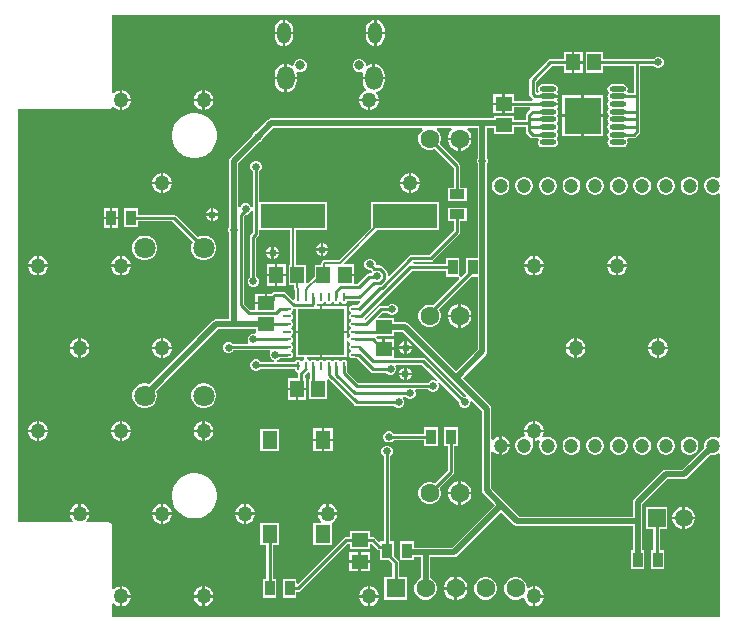
<source format=gbr>
%TF.GenerationSoftware,Altium Limited,Altium Designer,21.6.1 (37)*%
G04 Layer_Physical_Order=1*
G04 Layer_Color=255*
%FSLAX43Y43*%
%MOMM*%
%TF.SameCoordinates,1F06128E-DADF-4999-8CD8-60C71D9D28CE*%
%TF.FilePolarity,Positive*%
%TF.FileFunction,Copper,L1,Top,Signal*%
%TF.Part,Single*%
G01*
G75*
%TA.AperFunction,SMDPad,CuDef*%
%ADD10O,1.400X0.450*%
%ADD11R,3.100X3.100*%
%ADD12R,1.400X1.200*%
%ADD13R,1.200X1.400*%
%ADD14R,5.500X2.000*%
%ADD15R,0.850X1.300*%
%ADD16R,1.300X1.550*%
%ADD17O,0.800X0.250*%
%ADD18O,0.250X0.800*%
%ADD19R,3.930X3.930*%
%ADD20R,1.300X0.850*%
%TA.AperFunction,Conductor*%
%ADD21C,0.254*%
%ADD22C,0.500*%
%ADD23C,0.200*%
%TA.AperFunction,ComponentPad*%
%ADD24C,1.200*%
%ADD25C,1.600*%
%ADD26R,1.600X1.600*%
%ADD27R,1.500X1.500*%
%ADD28C,1.500*%
%ADD29C,0.800*%
%ADD30O,1.150X1.800*%
%ADD31O,1.450X2.000*%
%ADD32C,1.800*%
%TA.AperFunction,ViaPad*%
%ADD33C,0.650*%
%ADD34C,0.750*%
%ADD35C,1.270*%
G36*
X59690Y37479D02*
X59540Y37396D01*
X59439Y37454D01*
X59249Y37505D01*
X59051D01*
X58861Y37454D01*
X58689Y37355D01*
X58550Y37216D01*
X58451Y37044D01*
X58400Y36854D01*
Y36656D01*
X58451Y36466D01*
X58550Y36294D01*
X58689Y36155D01*
X58861Y36056D01*
X59051Y36005D01*
X59249D01*
X59439Y36056D01*
X59540Y36114D01*
X59690Y36031D01*
Y15479D01*
X59540Y15396D01*
X59439Y15454D01*
X59249Y15505D01*
X59051D01*
X58861Y15454D01*
X58689Y15355D01*
X58550Y15216D01*
X58451Y15044D01*
X58400Y14854D01*
Y14656D01*
X58416Y14598D01*
X56545Y12727D01*
X55118D01*
X55118Y12727D01*
X54962Y12696D01*
X54830Y12607D01*
X52456Y10233D01*
X52367Y10101D01*
X52336Y9945D01*
X52336Y9945D01*
Y8757D01*
X42749D01*
X41500Y10006D01*
X41500Y10006D01*
X40373Y11133D01*
Y14201D01*
X40466Y14244D01*
X40523Y14251D01*
X40659Y14115D01*
X40841Y14010D01*
X41045Y13955D01*
X41050D01*
Y14755D01*
Y15555D01*
X41045D01*
X40841Y15500D01*
X40659Y15395D01*
X40523Y15259D01*
X40466Y15266D01*
X40373Y15309D01*
Y17882D01*
X40342Y18038D01*
X40253Y18170D01*
X40253Y18170D01*
X37927Y20497D01*
X39897Y22468D01*
X39897Y22468D01*
X39986Y22600D01*
X40017Y22756D01*
X40017Y22756D01*
Y38605D01*
X40084Y38768D01*
Y38956D01*
X40017Y39119D01*
Y41644D01*
X40552D01*
Y41152D01*
X42252D01*
Y41769D01*
X43279D01*
Y41368D01*
X43279Y41368D01*
X43300Y41260D01*
X43361Y41168D01*
X43654Y40875D01*
X43654Y40875D01*
X43746Y40814D01*
X43854Y40793D01*
X44301D01*
X44369Y40643D01*
X44322Y40571D01*
X44293Y40425D01*
X44322Y40279D01*
X44405Y40155D01*
X44529Y40072D01*
X44675Y40043D01*
X45625D01*
X45771Y40072D01*
X45895Y40155D01*
X45978Y40279D01*
X46007Y40425D01*
X45978Y40571D01*
X45928Y40646D01*
X45907Y40750D01*
X45928Y40854D01*
X45978Y40929D01*
X46007Y41075D01*
X45978Y41221D01*
X45928Y41296D01*
X45907Y41400D01*
X45928Y41504D01*
X45978Y41579D01*
X46007Y41725D01*
X45978Y41871D01*
X45928Y41946D01*
X45907Y42050D01*
X45928Y42154D01*
X45978Y42229D01*
X46007Y42375D01*
X45978Y42521D01*
X45895Y42645D01*
Y42755D01*
X45978Y42879D01*
X46007Y43025D01*
X45978Y43171D01*
X45895Y43295D01*
X45970Y43426D01*
X46025Y43509D01*
X46038Y43575D01*
X45150D01*
Y43775D01*
X46038D01*
X46025Y43841D01*
X45931Y43981D01*
Y44019D01*
X46025Y44159D01*
X46038Y44225D01*
X45150D01*
Y44425D01*
X46038D01*
X46025Y44491D01*
X45970Y44574D01*
X45895Y44705D01*
X45978Y44829D01*
X46007Y44975D01*
X45978Y45121D01*
X45895Y45245D01*
X45771Y45328D01*
X45625Y45357D01*
X44675D01*
X44529Y45328D01*
X44405Y45245D01*
X44322Y45121D01*
X44293Y44975D01*
X44322Y44829D01*
X44369Y44758D01*
X44303Y44630D01*
X44280Y44628D01*
X44136Y44760D01*
Y45583D01*
X45471Y46918D01*
X46500D01*
Y46300D01*
X47200D01*
Y47200D01*
Y48100D01*
X46500D01*
Y47482D01*
X45354D01*
X45246Y47461D01*
X45154Y47400D01*
X45154Y47400D01*
X43654Y45900D01*
X43593Y45808D01*
X43571Y45700D01*
X43571Y45700D01*
Y44527D01*
X43571Y44527D01*
X43593Y44419D01*
X43654Y44327D01*
X43856Y44125D01*
X43856Y44125D01*
X43883Y44107D01*
X43837Y43957D01*
X42302D01*
Y44502D01*
X41502D01*
Y43702D01*
Y42902D01*
X42302D01*
Y43393D01*
X43635D01*
X43667Y43337D01*
X43681Y43243D01*
X43654Y43225D01*
X43654Y43225D01*
X43361Y42932D01*
X43300Y42840D01*
X43279Y42732D01*
X43279Y42732D01*
Y42334D01*
X42252D01*
Y42652D01*
X40552D01*
Y42460D01*
X21732D01*
X21576Y42429D01*
X21443Y42340D01*
X21443Y42340D01*
X20467Y41364D01*
X20305Y41297D01*
X20171Y41163D01*
X20104Y41001D01*
X18254Y39150D01*
X18165Y39018D01*
X18134Y38862D01*
X18134Y38862D01*
Y33277D01*
X18067Y33114D01*
Y32926D01*
X18134Y32763D01*
Y25445D01*
X17051D01*
X17051Y25445D01*
X16895Y25414D01*
X16763Y25326D01*
X16763Y25326D01*
X11412Y19975D01*
X11148Y20046D01*
X10872D01*
X10605Y19975D01*
X10365Y19836D01*
X10170Y19641D01*
X10032Y19402D01*
X9960Y19134D01*
Y18858D01*
X10032Y18591D01*
X10170Y18352D01*
X10365Y18156D01*
X10605Y18018D01*
X10872Y17946D01*
X11148D01*
X11415Y18018D01*
X11655Y18156D01*
X11850Y18352D01*
X11988Y18591D01*
X12060Y18858D01*
Y19134D01*
X11989Y19399D01*
X17220Y24629D01*
X20435D01*
Y24343D01*
X20333Y24239D01*
X20310Y24227D01*
X20134D01*
X19959Y24155D01*
X19825Y24021D01*
X19753Y23847D01*
Y23658D01*
X19805Y23533D01*
X19730Y23383D01*
X18474D01*
X18392Y23465D01*
X18217Y23537D01*
X18028D01*
X17854Y23465D01*
X17720Y23331D01*
X17648Y23157D01*
Y22968D01*
X17720Y22793D01*
X17854Y22660D01*
X18028Y22587D01*
X18217D01*
X18392Y22660D01*
X18526Y22793D01*
X18536Y22818D01*
X20828D01*
X20828Y22818D01*
X20838Y22820D01*
X21592D01*
X21665Y22670D01*
X21612Y22542D01*
Y22353D01*
X21684Y22178D01*
X21818Y22044D01*
X21992Y21972D01*
X21977Y21829D01*
X20862D01*
X20849Y21859D01*
X20716Y21993D01*
X20541Y22065D01*
X20352D01*
X20177Y21993D01*
X20044Y21859D01*
X19972Y21684D01*
Y21496D01*
X20044Y21321D01*
X20177Y21187D01*
X20352Y21115D01*
X20541D01*
X20716Y21187D01*
X20792Y21264D01*
X23722D01*
Y21227D01*
X23743Y21120D01*
X23804Y21029D01*
X23895Y20968D01*
X24004Y20867D01*
X24005Y20805D01*
Y20458D01*
X23111D01*
Y19658D01*
X23911D01*
X24711D01*
Y20458D01*
X24569D01*
Y20749D01*
X24732Y20912D01*
X24779Y20921D01*
X24870Y20982D01*
X24944Y20963D01*
X25020Y20922D01*
Y20408D01*
X24961D01*
Y18708D01*
X26461D01*
Y20298D01*
X26611Y20360D01*
X28756Y18215D01*
X28756Y18215D01*
X28848Y18154D01*
X28956Y18133D01*
X32123D01*
X32243Y18012D01*
X32418Y17940D01*
X32606D01*
X32781Y18012D01*
X32915Y18146D01*
X32987Y18321D01*
Y18509D01*
X32915Y18684D01*
X32854Y18745D01*
X32916Y18895D01*
X33111D01*
X33231Y18774D01*
X33406Y18702D01*
X33595D01*
X33769Y18774D01*
X33903Y18908D01*
X33975Y19083D01*
Y19271D01*
X33930Y19380D01*
X34015Y19530D01*
X35044D01*
X35164Y19409D01*
X35339Y19337D01*
X35527D01*
X35702Y19409D01*
X35836Y19543D01*
X35908Y19718D01*
Y19906D01*
X35836Y20081D01*
X35951Y20164D01*
X37625Y18491D01*
Y18321D01*
X37697Y18146D01*
X37831Y18012D01*
X38006Y17940D01*
X38194D01*
X38369Y18012D01*
X38503Y18146D01*
X38575Y18321D01*
Y18483D01*
X38648Y18534D01*
X38714Y18557D01*
X39557Y17713D01*
Y10964D01*
X39557Y10964D01*
X39588Y10808D01*
X39677Y10676D01*
X40635Y9717D01*
X37041Y6123D01*
X33810D01*
Y6642D01*
X32660D01*
Y5042D01*
X33810D01*
Y5307D01*
X34390D01*
Y3529D01*
X34215Y3427D01*
X34038Y3250D01*
X33913Y3034D01*
X33848Y2792D01*
Y2542D01*
X33913Y2300D01*
X34038Y2084D01*
X34215Y1907D01*
X34431Y1782D01*
X34673Y1717D01*
X34923D01*
X35165Y1782D01*
X35381Y1907D01*
X35558Y2084D01*
X35683Y2300D01*
X35748Y2542D01*
Y2792D01*
X35683Y3034D01*
X35558Y3250D01*
X35381Y3427D01*
X35206Y3529D01*
Y5307D01*
X37210D01*
X37210Y5307D01*
X37366Y5338D01*
X37498Y5427D01*
X41212Y9140D01*
X42292Y8061D01*
X42292Y8061D01*
X42424Y7972D01*
X42580Y7941D01*
X52336D01*
Y5880D01*
X52169D01*
Y4280D01*
X53319D01*
Y5880D01*
X53152D01*
Y8349D01*
Y9776D01*
X55287Y11911D01*
X56714D01*
X56714Y11911D01*
X56870Y11942D01*
X57002Y12031D01*
X58993Y14021D01*
X59051Y14005D01*
X59249D01*
X59439Y14056D01*
X59540Y14114D01*
X59690Y14031D01*
Y255D01*
X8255D01*
Y1352D01*
X8405Y1414D01*
X8487Y1332D01*
X8678Y1222D01*
X8890Y1165D01*
X8900D01*
Y2000D01*
Y2835D01*
X8890D01*
X8678Y2778D01*
X8487Y2668D01*
X8405Y2586D01*
X8255Y2648D01*
Y8000D01*
X8235Y8098D01*
X8180Y8180D01*
X8098Y8235D01*
X8000Y8255D01*
X6148D01*
X6086Y8405D01*
X6168Y8487D01*
X6278Y8678D01*
X6335Y8890D01*
Y8900D01*
X4665D01*
Y8890D01*
X4722Y8678D01*
X4832Y8487D01*
X4914Y8405D01*
X4852Y8255D01*
X255D01*
Y43245D01*
X8000D01*
X8098Y43265D01*
X8180Y43320D01*
X8224Y43385D01*
X8283Y43410D01*
X8393Y43426D01*
X8487Y43332D01*
X8678Y43222D01*
X8890Y43165D01*
X8900D01*
Y44000D01*
Y44835D01*
X8890D01*
X8678Y44778D01*
X8487Y44668D01*
X8405Y44586D01*
X8255Y44648D01*
Y51245D01*
X59690D01*
Y37479D01*
D02*
G37*
G36*
X39201Y39119D02*
X39134Y38956D01*
Y38768D01*
X39201Y38605D01*
Y30645D01*
X38209D01*
Y29444D01*
X37809Y29044D01*
X37659Y29107D01*
Y30645D01*
X36509D01*
Y30127D01*
X33832D01*
X33756Y30277D01*
X33792Y30325D01*
X35226D01*
X35226Y30325D01*
X35334Y30346D01*
X35425Y30407D01*
X37665Y32647D01*
X37665Y32647D01*
X37726Y32738D01*
X37747Y32846D01*
X37747Y32846D01*
Y33754D01*
X38265D01*
Y34904D01*
X36665D01*
Y33754D01*
X37183D01*
Y32963D01*
X35109Y30889D01*
X33596D01*
X33596Y30889D01*
X33488Y30868D01*
X33396Y30807D01*
X33396Y30807D01*
X31724Y29135D01*
X31585Y29192D01*
Y29384D01*
X31564Y29492D01*
X31503Y29584D01*
X31503Y29584D01*
X31150Y29937D01*
X31058Y29998D01*
X30950Y30019D01*
X30950Y30019D01*
X30578D01*
X30574Y30023D01*
Y30193D01*
X30502Y30368D01*
X30368Y30502D01*
X30193Y30574D01*
X30005D01*
X29830Y30502D01*
X29696Y30368D01*
X29624Y30193D01*
Y30005D01*
X29696Y29830D01*
X29830Y29696D01*
X30005Y29624D01*
X30175D01*
X30240Y29558D01*
X30265Y29492D01*
X30167Y29342D01*
X30023D01*
X30023Y29342D01*
X29915Y29320D01*
X29824Y29259D01*
X29824Y29259D01*
X29041Y28476D01*
X28752D01*
Y29110D01*
X27952D01*
Y29310D01*
X28752D01*
Y30110D01*
X27987D01*
X27930Y30249D01*
X30731Y33050D01*
X35971D01*
Y35350D01*
X30171D01*
Y33210D01*
X27450Y30490D01*
X26227D01*
X26130Y30470D01*
X26047Y30415D01*
X25992Y30333D01*
X25973Y30235D01*
Y30060D01*
X25402D01*
Y29056D01*
X25389Y29047D01*
X24841Y28499D01*
X24702Y28556D01*
Y30060D01*
X23826D01*
Y33050D01*
X26471D01*
Y35350D01*
X20729D01*
Y37988D01*
X20849Y38108D01*
X20922Y38283D01*
Y38472D01*
X20849Y38647D01*
X20716Y38780D01*
X20541Y38852D01*
X20352D01*
X20177Y38780D01*
X20044Y38647D01*
X19972Y38472D01*
Y38283D01*
X20044Y38108D01*
X20164Y37988D01*
Y34968D01*
X20014Y34938D01*
X19961Y35067D01*
X19827Y35201D01*
X19652Y35273D01*
X19464D01*
X19289Y35201D01*
X19155Y35067D01*
X19100Y34933D01*
X18950Y34963D01*
Y38693D01*
X20681Y40424D01*
X20843Y40491D01*
X20977Y40625D01*
X21044Y40787D01*
X21901Y41644D01*
X34495D01*
X34538Y41548D01*
X34544Y41494D01*
X34380Y41330D01*
X34255Y41113D01*
X34190Y40871D01*
Y40621D01*
X34255Y40380D01*
X34380Y40163D01*
X34557Y39986D01*
X34773Y39861D01*
X35015Y39796D01*
X35265D01*
X35507Y39861D01*
X35582Y39905D01*
X37183Y38304D01*
Y36604D01*
X36665D01*
Y35454D01*
X38265D01*
Y36604D01*
X37747D01*
Y38421D01*
X37747Y38421D01*
X37726Y38529D01*
X37665Y38621D01*
X37665Y38621D01*
X35982Y40304D01*
X36025Y40380D01*
X36090Y40621D01*
Y40871D01*
X36025Y41113D01*
X35900Y41330D01*
X35736Y41494D01*
X35742Y41548D01*
X35785Y41644D01*
X36951D01*
X37014Y41494D01*
X36880Y41360D01*
X36748Y41132D01*
X36680Y40878D01*
Y40846D01*
X38680D01*
Y40878D01*
X38612Y41132D01*
X38480Y41360D01*
X38346Y41494D01*
X38409Y41644D01*
X39201D01*
Y39119D01*
D02*
G37*
G36*
X20164Y34628D02*
Y32824D01*
X19993Y32653D01*
X19932Y32562D01*
X19911Y32454D01*
X19911Y32454D01*
Y29014D01*
X19825Y28929D01*
X19753Y28754D01*
Y28566D01*
X19825Y28391D01*
X19959Y28257D01*
X20134Y28185D01*
X20322D01*
X20497Y28257D01*
X20631Y28391D01*
X20703Y28566D01*
Y28754D01*
X20631Y28929D01*
X20497Y29063D01*
X20475Y29072D01*
Y32337D01*
X20646Y32507D01*
X20646Y32507D01*
X20707Y32599D01*
X20729Y32707D01*
Y33050D01*
X23316D01*
Y30060D01*
X23202D01*
Y28360D01*
X23623D01*
Y28155D01*
X23642Y28058D01*
X23697Y27975D01*
X23748Y27924D01*
Y27692D01*
X23743Y27685D01*
X23722Y27577D01*
Y27138D01*
X23572Y27076D01*
X22948Y27700D01*
X22856Y27761D01*
X22748Y27782D01*
X22748Y27782D01*
X22007D01*
X21899Y27761D01*
X21807Y27700D01*
X21807Y27700D01*
X21745Y27637D01*
X21385D01*
Y26837D01*
X21285D01*
Y26737D01*
X20385D01*
Y26243D01*
X19964D01*
X19438Y26769D01*
Y34171D01*
X19590Y34323D01*
X19652D01*
X19827Y34395D01*
X19961Y34529D01*
X20014Y34658D01*
X20164Y34628D01*
D02*
G37*
G36*
X29206Y26988D02*
X29250Y26878D01*
X29004Y26633D01*
X28577D01*
X28470Y26611D01*
X28379Y26550D01*
X28318Y26460D01*
X28297Y26352D01*
X28318Y26245D01*
X28379Y26154D01*
X28446Y26109D01*
X28459Y26027D01*
Y26027D01*
X28446Y25945D01*
X28379Y25900D01*
X28318Y25810D01*
X28297Y25702D01*
X28318Y25595D01*
X28379Y25504D01*
X28446Y25459D01*
X28459Y25377D01*
Y25377D01*
X28446Y25295D01*
X28379Y25250D01*
X28318Y25160D01*
X28297Y25052D01*
X28318Y24945D01*
X28379Y24854D01*
X28446Y24809D01*
X28459Y24727D01*
Y24727D01*
X28446Y24645D01*
X28379Y24600D01*
X28318Y24510D01*
X28297Y24402D01*
X28318Y24295D01*
X28379Y24204D01*
X28399Y24191D01*
X28400Y24187D01*
X28390Y24018D01*
X28343Y23987D01*
X28271Y23879D01*
X28267Y23860D01*
X28117Y23874D01*
Y24302D01*
X26052D01*
Y22237D01*
X28117D01*
Y23630D01*
X28267Y23645D01*
X28271Y23625D01*
X28343Y23518D01*
X28390Y23487D01*
X28400Y23317D01*
X28399Y23314D01*
X28379Y23300D01*
X28318Y23210D01*
X28297Y23102D01*
X28318Y22995D01*
X28379Y22904D01*
X28446Y22859D01*
X28459Y22777D01*
Y22777D01*
X28446Y22695D01*
X28379Y22650D01*
X28318Y22560D01*
X28297Y22452D01*
X28318Y22345D01*
X28379Y22254D01*
X28470Y22193D01*
X28577Y22172D01*
X28842D01*
X28852Y22170D01*
X29007D01*
X30167Y21009D01*
X30167Y21009D01*
X30259Y20948D01*
X30367Y20927D01*
X30367Y20927D01*
X31464D01*
X31564Y20827D01*
X31739Y20754D01*
X31927D01*
X32102Y20827D01*
X32236Y20960D01*
X32308Y21135D01*
Y21324D01*
X32246Y21474D01*
X32306Y21624D01*
X34492D01*
X35785Y20330D01*
X35702Y20215D01*
X35527Y20287D01*
X35339D01*
X35164Y20215D01*
X35044Y20094D01*
X29073D01*
X28185Y20983D01*
Y21502D01*
X28183Y21512D01*
Y21777D01*
X28162Y21885D01*
X28101Y21975D01*
X28010Y22036D01*
X27902Y22058D01*
X27795Y22036D01*
X27704Y21975D01*
X27660Y21909D01*
X27578Y21895D01*
X27577D01*
X27495Y21909D01*
X27451Y21975D01*
X27360Y22036D01*
X27252Y22058D01*
X27145Y22036D01*
X27054Y21975D01*
X27010Y21909D01*
X26928Y21895D01*
X26927D01*
X26845Y21909D01*
X26801Y21975D01*
X26710Y22036D01*
X26602Y22058D01*
X26495Y22036D01*
X26404Y21975D01*
X26360Y21909D01*
X26278Y21895D01*
X26277D01*
X26195Y21909D01*
X26151Y21975D01*
X26060Y22036D01*
X25952Y22058D01*
X25845Y22036D01*
X25754Y21975D01*
X25710Y21909D01*
X25628Y21895D01*
X25627D01*
X25545Y21909D01*
X25501Y21975D01*
X25410Y22036D01*
X25302Y22058D01*
X25195Y22036D01*
X25104Y21975D01*
X25091Y21956D01*
X25088Y21954D01*
X24918Y21965D01*
X24887Y22012D01*
X24779Y22083D01*
X24760Y22087D01*
X24775Y22237D01*
X25852D01*
Y24302D01*
X23787D01*
Y22237D01*
X24530D01*
X24545Y22087D01*
X24526Y22083D01*
X24418Y22012D01*
X24387Y21965D01*
X24217Y21954D01*
X24214Y21956D01*
X24201Y21975D01*
X24110Y22036D01*
X24002Y22058D01*
X23895Y22036D01*
X23804Y21975D01*
X23743Y21885D01*
X23732Y21829D01*
X22197D01*
X22181Y21972D01*
X22356Y22044D01*
X22481Y22170D01*
X23052D01*
X23063Y22172D01*
X23327D01*
X23435Y22193D01*
X23526Y22254D01*
X23587Y22345D01*
X23608Y22452D01*
X23587Y22560D01*
X23526Y22650D01*
X23459Y22695D01*
X23446Y22777D01*
Y22777D01*
X23459Y22859D01*
X23526Y22904D01*
X23587Y22995D01*
X23608Y23102D01*
X23587Y23210D01*
X23526Y23300D01*
X23459Y23345D01*
X23446Y23427D01*
Y23427D01*
X23459Y23509D01*
X23526Y23554D01*
X23587Y23645D01*
X23608Y23752D01*
X23587Y23860D01*
X23526Y23950D01*
X23459Y23995D01*
X23446Y24077D01*
Y24077D01*
X23459Y24159D01*
X23526Y24204D01*
X23587Y24295D01*
X23608Y24402D01*
X23587Y24510D01*
X23526Y24600D01*
X23459Y24645D01*
X23446Y24727D01*
Y24727D01*
X23459Y24809D01*
X23526Y24854D01*
X23587Y24945D01*
X23608Y25052D01*
X23587Y25160D01*
X23526Y25250D01*
X23459Y25295D01*
X23446Y25377D01*
Y25377D01*
X23459Y25459D01*
X23526Y25504D01*
X23587Y25595D01*
X23608Y25702D01*
X23587Y25810D01*
X23526Y25900D01*
X23459Y25945D01*
X23446Y26027D01*
Y26027D01*
X23459Y26109D01*
X23526Y26154D01*
X23587Y26245D01*
X23607Y26346D01*
X23623Y26343D01*
X23787D01*
Y24502D01*
X25852D01*
Y26567D01*
X25695D01*
X25606Y26688D01*
X25626Y26751D01*
X25661Y26772D01*
X25792Y26803D01*
X25845Y26768D01*
X25952Y26747D01*
X26060Y26768D01*
X26151Y26829D01*
X26195Y26896D01*
X26277Y26909D01*
X26278D01*
X26360Y26896D01*
X26404Y26829D01*
X26495Y26768D01*
X26602Y26747D01*
X26710Y26768D01*
X26801Y26829D01*
X26845Y26896D01*
X26927Y26909D01*
X26928D01*
X27010Y26896D01*
X27054Y26829D01*
X27145Y26768D01*
X27252Y26747D01*
X27360Y26768D01*
X27451Y26829D01*
X27495Y26896D01*
X27577Y26909D01*
X27578D01*
X27660Y26896D01*
X27704Y26829D01*
X27795Y26768D01*
X27902Y26747D01*
X28010Y26768D01*
X28101Y26829D01*
X28162Y26920D01*
X28181Y27020D01*
X29180D01*
X29206Y26988D01*
D02*
G37*
G36*
X36509Y29045D02*
X37597D01*
X37660Y28895D01*
X35419Y26655D01*
X35265Y26696D01*
X35015D01*
X34773Y26631D01*
X34557Y26506D01*
X34380Y26330D01*
X34255Y26113D01*
X34190Y25871D01*
Y25621D01*
X34255Y25380D01*
X34380Y25163D01*
X34557Y24986D01*
X34773Y24861D01*
X35015Y24796D01*
X35265D01*
X35507Y24861D01*
X35723Y24986D01*
X35900Y25163D01*
X36025Y25380D01*
X36090Y25621D01*
Y25871D01*
X36025Y26113D01*
X35900Y26330D01*
X35897Y26333D01*
X38608Y29045D01*
X39201D01*
Y22925D01*
X37350Y21074D01*
X33359Y25064D01*
X33227Y25153D01*
X33071Y25184D01*
X33071Y25184D01*
X32092D01*
Y25526D01*
X30820D01*
X30763Y25665D01*
X31105Y26007D01*
X31586D01*
X31706Y25886D01*
X31881Y25814D01*
X32069D01*
X32244Y25886D01*
X32378Y26020D01*
X32450Y26195D01*
Y26383D01*
X32378Y26558D01*
X32244Y26692D01*
X32069Y26764D01*
X31881D01*
X31706Y26692D01*
X31586Y26571D01*
X30988D01*
X30880Y26550D01*
X30788Y26489D01*
X30788Y26489D01*
X29715Y25415D01*
X29694Y25420D01*
X29648Y25587D01*
X33624Y29563D01*
X36509D01*
Y29045D01*
D02*
G37*
G36*
X37062Y20209D02*
X38242Y19029D01*
X38219Y18963D01*
X38168Y18890D01*
X38024D01*
X34808Y22106D01*
X34717Y22167D01*
X34609Y22189D01*
X34609Y22189D01*
X32142D01*
Y22876D01*
X31242D01*
Y22976D01*
X31142D01*
Y23776D01*
X30741D01*
X30641Y23876D01*
X30704Y24026D01*
X32092D01*
Y24368D01*
X32902D01*
X37062Y20209D01*
D02*
G37*
%LPC*%
G36*
X30650Y50794D02*
Y49800D01*
X31332D01*
Y50025D01*
X31305Y50227D01*
X31227Y50416D01*
X31103Y50578D01*
X30941Y50702D01*
X30752Y50780D01*
X30650Y50794D01*
D02*
G37*
G36*
X30450D02*
X30348Y50780D01*
X30159Y50702D01*
X29997Y50578D01*
X29873Y50416D01*
X29795Y50227D01*
X29768Y50025D01*
Y49800D01*
X30450D01*
Y50794D01*
D02*
G37*
G36*
X22900D02*
Y49800D01*
X23582D01*
Y50025D01*
X23555Y50227D01*
X23477Y50416D01*
X23353Y50578D01*
X23191Y50702D01*
X23002Y50780D01*
X22900Y50794D01*
D02*
G37*
G36*
X22700D02*
X22598Y50780D01*
X22409Y50702D01*
X22247Y50578D01*
X22123Y50416D01*
X22045Y50227D01*
X22018Y50025D01*
Y49800D01*
X22700D01*
Y50794D01*
D02*
G37*
G36*
X31332Y49600D02*
X30650D01*
Y48606D01*
X30752Y48620D01*
X30941Y48698D01*
X31103Y48822D01*
X31227Y48984D01*
X31305Y49173D01*
X31332Y49375D01*
Y49600D01*
D02*
G37*
G36*
X30450D02*
X29768D01*
Y49375D01*
X29795Y49173D01*
X29873Y48984D01*
X29997Y48822D01*
X30159Y48698D01*
X30348Y48620D01*
X30450Y48606D01*
Y49600D01*
D02*
G37*
G36*
X23582D02*
X22900D01*
Y48606D01*
X23002Y48620D01*
X23191Y48698D01*
X23353Y48822D01*
X23477Y48984D01*
X23555Y49173D01*
X23582Y49375D01*
Y49600D01*
D02*
G37*
G36*
X22700D02*
X22018D01*
Y49375D01*
X22045Y49173D01*
X22123Y48984D01*
X22247Y48822D01*
X22409Y48698D01*
X22598Y48620D01*
X22700Y48606D01*
Y49600D01*
D02*
G37*
G36*
X48100Y48100D02*
X47400D01*
Y47300D01*
X48100D01*
Y48100D01*
D02*
G37*
G36*
X24284Y47500D02*
X24066D01*
X23863Y47416D01*
X23709Y47262D01*
X23625Y47059D01*
Y47012D01*
X23475Y46938D01*
X23416Y46983D01*
X23191Y47076D01*
X23050Y47095D01*
Y46000D01*
X23883D01*
Y46175D01*
X23864Y46321D01*
X24001Y46427D01*
X24066Y46400D01*
X24284D01*
X24487Y46484D01*
X24641Y46638D01*
X24725Y46841D01*
Y47059D01*
X24641Y47262D01*
X24487Y47416D01*
X24284Y47500D01*
D02*
G37*
G36*
X49850Y48050D02*
X48350D01*
Y46350D01*
X49850D01*
Y46918D01*
X52418D01*
Y44607D01*
X51899D01*
X51831Y44757D01*
X51878Y44829D01*
X51907Y44975D01*
X51878Y45121D01*
X51795Y45245D01*
X51671Y45328D01*
X51525Y45357D01*
X50575D01*
X50429Y45328D01*
X50305Y45245D01*
X50222Y45121D01*
X50193Y44975D01*
X50222Y44829D01*
X50272Y44754D01*
X50293Y44650D01*
X50272Y44546D01*
X50222Y44471D01*
X50193Y44325D01*
X50222Y44179D01*
X50272Y44104D01*
X50293Y44000D01*
X50272Y43896D01*
X50222Y43821D01*
X50193Y43675D01*
X50222Y43529D01*
X50272Y43454D01*
X50293Y43350D01*
X50272Y43246D01*
X50222Y43171D01*
X50193Y43025D01*
X50222Y42879D01*
X50272Y42804D01*
X50293Y42700D01*
X50272Y42596D01*
X50222Y42521D01*
X50193Y42375D01*
X50222Y42229D01*
X50272Y42154D01*
X50293Y42050D01*
X50272Y41946D01*
X50222Y41871D01*
X50193Y41725D01*
X50222Y41579D01*
X50305Y41455D01*
Y41345D01*
X50222Y41221D01*
X50193Y41075D01*
X50222Y40929D01*
X50272Y40854D01*
X50293Y40750D01*
X50272Y40646D01*
X50222Y40571D01*
X50193Y40425D01*
X50222Y40279D01*
X50305Y40155D01*
X50429Y40072D01*
X50575Y40043D01*
X51525D01*
X51671Y40072D01*
X51795Y40155D01*
X51878Y40279D01*
X51907Y40425D01*
X51878Y40571D01*
X51831Y40643D01*
X51899Y40793D01*
X52412D01*
X52412Y40793D01*
X52520Y40814D01*
X52612Y40875D01*
X52905Y41168D01*
X52905Y41168D01*
X52966Y41260D01*
X52987Y41368D01*
Y42375D01*
Y43025D01*
Y43785D01*
X52987Y43785D01*
X52982Y43810D01*
Y46918D01*
X54111D01*
X54231Y46797D01*
X54406Y46725D01*
X54595D01*
X54769Y46797D01*
X54903Y46931D01*
X54975Y47106D01*
Y47294D01*
X54903Y47469D01*
X54769Y47603D01*
X54595Y47675D01*
X54406D01*
X54231Y47603D01*
X54111Y47482D01*
X49850D01*
Y48050D01*
D02*
G37*
G36*
X48100Y47100D02*
X47400D01*
Y46300D01*
X48100D01*
Y47100D01*
D02*
G37*
G36*
X30500Y47095D02*
Y46000D01*
X31333D01*
Y46175D01*
X31301Y46416D01*
X31208Y46641D01*
X31060Y46835D01*
X30866Y46983D01*
X30641Y47076D01*
X30500Y47095D01*
D02*
G37*
G36*
X29284Y47500D02*
X29066D01*
X28863Y47416D01*
X28709Y47262D01*
X28625Y47059D01*
Y46841D01*
X28709Y46638D01*
X28863Y46484D01*
X29066Y46400D01*
X29284D01*
X29349Y46427D01*
X29486Y46321D01*
X29467Y46175D01*
Y46000D01*
X30300D01*
Y47095D01*
X30159Y47076D01*
X29934Y46983D01*
X29875Y46938D01*
X29725Y47012D01*
Y47059D01*
X29641Y47262D01*
X29487Y47416D01*
X29284Y47500D01*
D02*
G37*
G36*
X22850Y47095D02*
X22709Y47076D01*
X22484Y46983D01*
X22290Y46835D01*
X22142Y46641D01*
X22049Y46416D01*
X22017Y46175D01*
Y46000D01*
X22850D01*
Y47095D01*
D02*
G37*
G36*
X23883Y45800D02*
X23050D01*
Y44705D01*
X23191Y44724D01*
X23416Y44817D01*
X23610Y44965D01*
X23758Y45159D01*
X23851Y45384D01*
X23883Y45625D01*
Y45800D01*
D02*
G37*
G36*
X22850D02*
X22017D01*
Y45625D01*
X22049Y45384D01*
X22142Y45159D01*
X22290Y44965D01*
X22484Y44817D01*
X22709Y44724D01*
X22850Y44705D01*
Y45800D01*
D02*
G37*
G36*
X31333D02*
X29467D01*
Y45625D01*
X29499Y45384D01*
X29592Y45159D01*
X29740Y44965D01*
X29755Y44954D01*
X29722Y44790D01*
X29678Y44778D01*
X29487Y44668D01*
X29332Y44513D01*
X29222Y44322D01*
X29165Y44110D01*
Y44100D01*
X30835D01*
Y44110D01*
X30778Y44322D01*
X30668Y44513D01*
X30612Y44569D01*
X30630Y44662D01*
X30661Y44732D01*
X30866Y44817D01*
X31060Y44965D01*
X31208Y45159D01*
X31301Y45384D01*
X31333Y45625D01*
Y45800D01*
D02*
G37*
G36*
X16110Y44835D02*
X16100D01*
Y44100D01*
X16835D01*
Y44110D01*
X16778Y44322D01*
X16668Y44513D01*
X16513Y44668D01*
X16322Y44778D01*
X16110Y44835D01*
D02*
G37*
G36*
X15900D02*
X15890D01*
X15678Y44778D01*
X15487Y44668D01*
X15332Y44513D01*
X15222Y44322D01*
X15165Y44110D01*
Y44100D01*
X15900D01*
Y44835D01*
D02*
G37*
G36*
X9110D02*
X9100D01*
Y44100D01*
X9835D01*
Y44110D01*
X9778Y44322D01*
X9668Y44513D01*
X9513Y44668D01*
X9322Y44778D01*
X9110Y44835D01*
D02*
G37*
G36*
X41302Y44502D02*
X40502D01*
Y43802D01*
X41302D01*
Y44502D01*
D02*
G37*
G36*
X30835Y43900D02*
X30100D01*
Y43165D01*
X30110D01*
X30322Y43222D01*
X30513Y43332D01*
X30668Y43487D01*
X30778Y43678D01*
X30835Y43890D01*
Y43900D01*
D02*
G37*
G36*
X29900D02*
X29165D01*
Y43890D01*
X29222Y43678D01*
X29332Y43487D01*
X29487Y43332D01*
X29678Y43222D01*
X29890Y43165D01*
X29900D01*
Y43900D01*
D02*
G37*
G36*
X16835D02*
X16100D01*
Y43165D01*
X16110D01*
X16322Y43222D01*
X16513Y43332D01*
X16668Y43487D01*
X16778Y43678D01*
X16835Y43890D01*
Y43900D01*
D02*
G37*
G36*
X15900D02*
X15165D01*
Y43890D01*
X15222Y43678D01*
X15332Y43487D01*
X15487Y43332D01*
X15678Y43222D01*
X15890Y43165D01*
X15900D01*
Y43900D01*
D02*
G37*
G36*
X9835D02*
X9100D01*
Y43165D01*
X9110D01*
X9322Y43222D01*
X9513Y43332D01*
X9668Y43487D01*
X9778Y43678D01*
X9835Y43890D01*
Y43900D01*
D02*
G37*
G36*
X41302Y43602D02*
X40502D01*
Y42902D01*
X41302D01*
Y43602D01*
D02*
G37*
G36*
X49850Y44450D02*
X48200D01*
Y42800D01*
X49850D01*
Y44450D01*
D02*
G37*
G36*
X48000D02*
X46350D01*
Y42800D01*
X48000D01*
Y44450D01*
D02*
G37*
G36*
X49850Y42600D02*
X48200D01*
Y40950D01*
X49850D01*
Y42600D01*
D02*
G37*
G36*
X48000D02*
X46350D01*
Y40950D01*
X48000D01*
Y42600D01*
D02*
G37*
G36*
X15403Y42915D02*
X15027D01*
X14659Y42842D01*
X14313Y42698D01*
X14001Y42490D01*
X13735Y42224D01*
X13527Y41912D01*
X13383Y41566D01*
X13310Y41198D01*
Y40822D01*
X13383Y40454D01*
X13527Y40108D01*
X13735Y39796D01*
X14001Y39530D01*
X14313Y39322D01*
X14659Y39178D01*
X15027Y39105D01*
X15403D01*
X15771Y39178D01*
X16117Y39322D01*
X16429Y39530D01*
X16695Y39796D01*
X16903Y40108D01*
X17047Y40454D01*
X17120Y40822D01*
Y41198D01*
X17047Y41566D01*
X16903Y41912D01*
X16695Y42224D01*
X16429Y42490D01*
X16117Y42698D01*
X15771Y42842D01*
X15403Y42915D01*
D02*
G37*
G36*
X12610Y37835D02*
X12600D01*
Y37100D01*
X13335D01*
Y37110D01*
X13278Y37322D01*
X13168Y37513D01*
X13013Y37668D01*
X12822Y37778D01*
X12610Y37835D01*
D02*
G37*
G36*
X12400D02*
X12390D01*
X12178Y37778D01*
X11987Y37668D01*
X11832Y37513D01*
X11722Y37322D01*
X11665Y37110D01*
Y37100D01*
X12400D01*
Y37835D01*
D02*
G37*
G36*
X13335Y36900D02*
X12600D01*
Y36165D01*
X12610D01*
X12822Y36222D01*
X13013Y36332D01*
X13168Y36487D01*
X13278Y36678D01*
X13335Y36890D01*
Y36900D01*
D02*
G37*
G36*
X12400D02*
X11665D01*
Y36890D01*
X11722Y36678D01*
X11832Y36487D01*
X11987Y36332D01*
X12178Y36222D01*
X12390Y36165D01*
X12400D01*
Y36900D01*
D02*
G37*
G36*
X57249Y37505D02*
X57051D01*
X56861Y37454D01*
X56689Y37355D01*
X56550Y37216D01*
X56451Y37044D01*
X56400Y36854D01*
Y36656D01*
X56451Y36466D01*
X56550Y36294D01*
X56689Y36155D01*
X56861Y36056D01*
X57051Y36005D01*
X57249D01*
X57439Y36056D01*
X57611Y36155D01*
X57750Y36294D01*
X57849Y36466D01*
X57900Y36656D01*
Y36854D01*
X57849Y37044D01*
X57750Y37216D01*
X57611Y37355D01*
X57439Y37454D01*
X57249Y37505D01*
D02*
G37*
G36*
X55249D02*
X55051D01*
X54861Y37454D01*
X54689Y37355D01*
X54550Y37216D01*
X54451Y37044D01*
X54400Y36854D01*
Y36656D01*
X54451Y36466D01*
X54550Y36294D01*
X54689Y36155D01*
X54861Y36056D01*
X55051Y36005D01*
X55249D01*
X55439Y36056D01*
X55611Y36155D01*
X55750Y36294D01*
X55849Y36466D01*
X55900Y36656D01*
Y36854D01*
X55849Y37044D01*
X55750Y37216D01*
X55611Y37355D01*
X55439Y37454D01*
X55249Y37505D01*
D02*
G37*
G36*
X53249D02*
X53051D01*
X52861Y37454D01*
X52689Y37355D01*
X52550Y37216D01*
X52451Y37044D01*
X52400Y36854D01*
Y36656D01*
X52451Y36466D01*
X52550Y36294D01*
X52689Y36155D01*
X52861Y36056D01*
X53051Y36005D01*
X53249D01*
X53439Y36056D01*
X53611Y36155D01*
X53750Y36294D01*
X53849Y36466D01*
X53900Y36656D01*
Y36854D01*
X53849Y37044D01*
X53750Y37216D01*
X53611Y37355D01*
X53439Y37454D01*
X53249Y37505D01*
D02*
G37*
G36*
X51249D02*
X51051D01*
X50861Y37454D01*
X50689Y37355D01*
X50550Y37216D01*
X50451Y37044D01*
X50400Y36854D01*
Y36656D01*
X50451Y36466D01*
X50550Y36294D01*
X50689Y36155D01*
X50861Y36056D01*
X51051Y36005D01*
X51249D01*
X51439Y36056D01*
X51611Y36155D01*
X51750Y36294D01*
X51849Y36466D01*
X51900Y36656D01*
Y36854D01*
X51849Y37044D01*
X51750Y37216D01*
X51611Y37355D01*
X51439Y37454D01*
X51249Y37505D01*
D02*
G37*
G36*
X49249D02*
X49051D01*
X48861Y37454D01*
X48689Y37355D01*
X48550Y37216D01*
X48451Y37044D01*
X48400Y36854D01*
Y36656D01*
X48451Y36466D01*
X48550Y36294D01*
X48689Y36155D01*
X48861Y36056D01*
X49051Y36005D01*
X49249D01*
X49439Y36056D01*
X49611Y36155D01*
X49750Y36294D01*
X49849Y36466D01*
X49900Y36656D01*
Y36854D01*
X49849Y37044D01*
X49750Y37216D01*
X49611Y37355D01*
X49439Y37454D01*
X49249Y37505D01*
D02*
G37*
G36*
X47249D02*
X47051D01*
X46861Y37454D01*
X46689Y37355D01*
X46550Y37216D01*
X46451Y37044D01*
X46400Y36854D01*
Y36656D01*
X46451Y36466D01*
X46550Y36294D01*
X46689Y36155D01*
X46861Y36056D01*
X47051Y36005D01*
X47249D01*
X47439Y36056D01*
X47611Y36155D01*
X47750Y36294D01*
X47849Y36466D01*
X47900Y36656D01*
Y36854D01*
X47849Y37044D01*
X47750Y37216D01*
X47611Y37355D01*
X47439Y37454D01*
X47249Y37505D01*
D02*
G37*
G36*
X45249D02*
X45051D01*
X44861Y37454D01*
X44689Y37355D01*
X44550Y37216D01*
X44451Y37044D01*
X44400Y36854D01*
Y36656D01*
X44451Y36466D01*
X44550Y36294D01*
X44689Y36155D01*
X44861Y36056D01*
X45051Y36005D01*
X45249D01*
X45439Y36056D01*
X45611Y36155D01*
X45750Y36294D01*
X45849Y36466D01*
X45900Y36656D01*
Y36854D01*
X45849Y37044D01*
X45750Y37216D01*
X45611Y37355D01*
X45439Y37454D01*
X45249Y37505D01*
D02*
G37*
G36*
X43249D02*
X43051D01*
X42861Y37454D01*
X42689Y37355D01*
X42550Y37216D01*
X42451Y37044D01*
X42400Y36854D01*
Y36656D01*
X42451Y36466D01*
X42550Y36294D01*
X42689Y36155D01*
X42861Y36056D01*
X43051Y36005D01*
X43249D01*
X43439Y36056D01*
X43611Y36155D01*
X43750Y36294D01*
X43849Y36466D01*
X43900Y36656D01*
Y36854D01*
X43849Y37044D01*
X43750Y37216D01*
X43611Y37355D01*
X43439Y37454D01*
X43249Y37505D01*
D02*
G37*
G36*
X41249D02*
X41051D01*
X40861Y37454D01*
X40689Y37355D01*
X40550Y37216D01*
X40451Y37044D01*
X40400Y36854D01*
Y36656D01*
X40451Y36466D01*
X40550Y36294D01*
X40689Y36155D01*
X40861Y36056D01*
X41051Y36005D01*
X41249D01*
X41439Y36056D01*
X41611Y36155D01*
X41750Y36294D01*
X41849Y36466D01*
X41900Y36656D01*
Y36854D01*
X41849Y37044D01*
X41750Y37216D01*
X41611Y37355D01*
X41439Y37454D01*
X41249Y37505D01*
D02*
G37*
G36*
X16841Y34848D02*
X16837D01*
Y34423D01*
X17262D01*
Y34427D01*
X17182Y34620D01*
X17034Y34768D01*
X16841Y34848D01*
D02*
G37*
G36*
X16637D02*
X16633D01*
X16440Y34768D01*
X16292Y34620D01*
X16212Y34427D01*
Y34423D01*
X16637D01*
Y34848D01*
D02*
G37*
G36*
X8792Y34886D02*
X8267D01*
Y34136D01*
X8792D01*
Y34886D01*
D02*
G37*
G36*
X8067D02*
X7542D01*
Y34136D01*
X8067D01*
Y34886D01*
D02*
G37*
G36*
X17262Y34223D02*
X16837D01*
Y33798D01*
X16841D01*
X17034Y33878D01*
X17182Y34026D01*
X17262Y34219D01*
Y34223D01*
D02*
G37*
G36*
X16637D02*
X16212D01*
Y34219D01*
X16292Y34026D01*
X16440Y33878D01*
X16633Y33798D01*
X16637D01*
Y34223D01*
D02*
G37*
G36*
X8792Y33936D02*
X8267D01*
Y33186D01*
X8792D01*
Y33936D01*
D02*
G37*
G36*
X8067D02*
X7542D01*
Y33186D01*
X8067D01*
Y33936D01*
D02*
G37*
G36*
X10442Y34836D02*
X9292D01*
Y33236D01*
X10442D01*
Y33754D01*
X13353D01*
X15095Y32012D01*
X15032Y31902D01*
X14960Y31634D01*
Y31358D01*
X15032Y31091D01*
X15170Y30852D01*
X15365Y30656D01*
X15605Y30518D01*
X15872Y30446D01*
X16148D01*
X16415Y30518D01*
X16655Y30656D01*
X16850Y30852D01*
X16988Y31091D01*
X17060Y31358D01*
Y31634D01*
X16988Y31902D01*
X16850Y32141D01*
X16655Y32336D01*
X16415Y32475D01*
X16148Y32546D01*
X15872D01*
X15605Y32475D01*
X15495Y32411D01*
X13670Y34236D01*
X13578Y34297D01*
X13470Y34318D01*
X13470Y34318D01*
X10442D01*
Y34836D01*
D02*
G37*
G36*
X11148Y32546D02*
X10872D01*
X10605Y32475D01*
X10365Y32336D01*
X10170Y32141D01*
X10032Y31902D01*
X9960Y31634D01*
Y31358D01*
X10032Y31091D01*
X10170Y30852D01*
X10365Y30656D01*
X10605Y30518D01*
X10872Y30446D01*
X11148D01*
X11415Y30518D01*
X11655Y30656D01*
X11850Y30852D01*
X11988Y31091D01*
X12060Y31358D01*
Y31634D01*
X11988Y31902D01*
X11850Y32141D01*
X11655Y32336D01*
X11415Y32475D01*
X11148Y32546D01*
D02*
G37*
G36*
X51110Y30835D02*
X51100D01*
Y30100D01*
X51835D01*
Y30110D01*
X51778Y30322D01*
X51668Y30513D01*
X51513Y30668D01*
X51322Y30778D01*
X51110Y30835D01*
D02*
G37*
G36*
X50900D02*
X50890D01*
X50678Y30778D01*
X50487Y30668D01*
X50332Y30513D01*
X50222Y30322D01*
X50165Y30110D01*
Y30100D01*
X50900D01*
Y30835D01*
D02*
G37*
G36*
X44110D02*
X44100D01*
Y30100D01*
X44835D01*
Y30110D01*
X44778Y30322D01*
X44668Y30513D01*
X44513Y30668D01*
X44322Y30778D01*
X44110Y30835D01*
D02*
G37*
G36*
X43900D02*
X43890D01*
X43678Y30778D01*
X43487Y30668D01*
X43332Y30513D01*
X43222Y30322D01*
X43165Y30110D01*
Y30100D01*
X43900D01*
Y30835D01*
D02*
G37*
G36*
X9110D02*
X9100D01*
Y30100D01*
X9835D01*
Y30110D01*
X9778Y30322D01*
X9668Y30513D01*
X9513Y30668D01*
X9322Y30778D01*
X9110Y30835D01*
D02*
G37*
G36*
X8900D02*
X8890D01*
X8678Y30778D01*
X8487Y30668D01*
X8332Y30513D01*
X8222Y30322D01*
X8165Y30110D01*
Y30100D01*
X8900D01*
Y30835D01*
D02*
G37*
G36*
X2110D02*
X2100D01*
Y30100D01*
X2835D01*
Y30110D01*
X2778Y30322D01*
X2668Y30513D01*
X2513Y30668D01*
X2322Y30778D01*
X2110Y30835D01*
D02*
G37*
G36*
X1900D02*
X1890D01*
X1678Y30778D01*
X1487Y30668D01*
X1332Y30513D01*
X1222Y30322D01*
X1165Y30110D01*
Y30100D01*
X1900D01*
Y30835D01*
D02*
G37*
G36*
X51835Y29900D02*
X51100D01*
Y29165D01*
X51110D01*
X51322Y29222D01*
X51513Y29332D01*
X51668Y29487D01*
X51778Y29678D01*
X51835Y29890D01*
Y29900D01*
D02*
G37*
G36*
X50900D02*
X50165D01*
Y29890D01*
X50222Y29678D01*
X50332Y29487D01*
X50487Y29332D01*
X50678Y29222D01*
X50890Y29165D01*
X50900D01*
Y29900D01*
D02*
G37*
G36*
X44835D02*
X44100D01*
Y29165D01*
X44110D01*
X44322Y29222D01*
X44513Y29332D01*
X44668Y29487D01*
X44778Y29678D01*
X44835Y29890D01*
Y29900D01*
D02*
G37*
G36*
X43900D02*
X43165D01*
Y29890D01*
X43222Y29678D01*
X43332Y29487D01*
X43487Y29332D01*
X43678Y29222D01*
X43890Y29165D01*
X43900D01*
Y29900D01*
D02*
G37*
G36*
X9835D02*
X9100D01*
Y29165D01*
X9110D01*
X9322Y29222D01*
X9513Y29332D01*
X9668Y29487D01*
X9778Y29678D01*
X9835Y29890D01*
Y29900D01*
D02*
G37*
G36*
X8900D02*
X8165D01*
Y29890D01*
X8222Y29678D01*
X8332Y29487D01*
X8487Y29332D01*
X8678Y29222D01*
X8890Y29165D01*
X8900D01*
Y29900D01*
D02*
G37*
G36*
X2835D02*
X2100D01*
Y29165D01*
X2110D01*
X2322Y29222D01*
X2513Y29332D01*
X2668Y29487D01*
X2778Y29678D01*
X2835Y29890D01*
Y29900D01*
D02*
G37*
G36*
X1900D02*
X1165D01*
Y29890D01*
X1222Y29678D01*
X1332Y29487D01*
X1487Y29332D01*
X1678Y29222D01*
X1890Y29165D01*
X1900D01*
Y29900D01*
D02*
G37*
G36*
X54610Y23835D02*
X54600D01*
Y23100D01*
X55335D01*
Y23110D01*
X55278Y23322D01*
X55168Y23513D01*
X55013Y23668D01*
X54822Y23778D01*
X54610Y23835D01*
D02*
G37*
G36*
X54400D02*
X54390D01*
X54178Y23778D01*
X53987Y23668D01*
X53832Y23513D01*
X53722Y23322D01*
X53665Y23110D01*
Y23100D01*
X54400D01*
Y23835D01*
D02*
G37*
G36*
X47610D02*
X47600D01*
Y23100D01*
X48335D01*
Y23110D01*
X48278Y23322D01*
X48168Y23513D01*
X48013Y23668D01*
X47822Y23778D01*
X47610Y23835D01*
D02*
G37*
G36*
X47400D02*
X47390D01*
X47178Y23778D01*
X46987Y23668D01*
X46832Y23513D01*
X46722Y23322D01*
X46665Y23110D01*
Y23100D01*
X47400D01*
Y23835D01*
D02*
G37*
G36*
X12610D02*
X12600D01*
Y23100D01*
X13335D01*
Y23110D01*
X13278Y23322D01*
X13168Y23513D01*
X13013Y23668D01*
X12822Y23778D01*
X12610Y23835D01*
D02*
G37*
G36*
X12400D02*
X12390D01*
X12178Y23778D01*
X11987Y23668D01*
X11832Y23513D01*
X11722Y23322D01*
X11665Y23110D01*
Y23100D01*
X12400D01*
Y23835D01*
D02*
G37*
G36*
X5610D02*
X5600D01*
Y23100D01*
X6335D01*
Y23110D01*
X6278Y23322D01*
X6168Y23513D01*
X6013Y23668D01*
X5822Y23778D01*
X5610Y23835D01*
D02*
G37*
G36*
X5400D02*
X5390D01*
X5178Y23778D01*
X4987Y23668D01*
X4832Y23513D01*
X4722Y23322D01*
X4665Y23110D01*
Y23100D01*
X5400D01*
Y23835D01*
D02*
G37*
G36*
X55335Y22900D02*
X54600D01*
Y22165D01*
X54610D01*
X54822Y22222D01*
X55013Y22332D01*
X55168Y22487D01*
X55278Y22678D01*
X55335Y22890D01*
Y22900D01*
D02*
G37*
G36*
X54400D02*
X53665D01*
Y22890D01*
X53722Y22678D01*
X53832Y22487D01*
X53987Y22332D01*
X54178Y22222D01*
X54390Y22165D01*
X54400D01*
Y22900D01*
D02*
G37*
G36*
X48335D02*
X47600D01*
Y22165D01*
X47610D01*
X47822Y22222D01*
X48013Y22332D01*
X48168Y22487D01*
X48278Y22678D01*
X48335Y22890D01*
Y22900D01*
D02*
G37*
G36*
X47400D02*
X46665D01*
Y22890D01*
X46722Y22678D01*
X46832Y22487D01*
X46987Y22332D01*
X47178Y22222D01*
X47390Y22165D01*
X47400D01*
Y22900D01*
D02*
G37*
G36*
X13335D02*
X12600D01*
Y22165D01*
X12610D01*
X12822Y22222D01*
X13013Y22332D01*
X13168Y22487D01*
X13278Y22678D01*
X13335Y22890D01*
Y22900D01*
D02*
G37*
G36*
X12400D02*
X11665D01*
Y22890D01*
X11722Y22678D01*
X11832Y22487D01*
X11987Y22332D01*
X12178Y22222D01*
X12390Y22165D01*
X12400D01*
Y22900D01*
D02*
G37*
G36*
X6335D02*
X5600D01*
Y22165D01*
X5610D01*
X5822Y22222D01*
X6013Y22332D01*
X6168Y22487D01*
X6278Y22678D01*
X6335Y22890D01*
Y22900D01*
D02*
G37*
G36*
X5400D02*
X4665D01*
Y22890D01*
X4722Y22678D01*
X4832Y22487D01*
X4987Y22332D01*
X5178Y22222D01*
X5390Y22165D01*
X5400D01*
Y22900D01*
D02*
G37*
G36*
X24711Y19458D02*
X24011D01*
Y18658D01*
X24711D01*
Y19458D01*
D02*
G37*
G36*
X23811D02*
X23111D01*
Y18658D01*
X23811D01*
Y19458D01*
D02*
G37*
G36*
X16148Y20046D02*
X15872D01*
X15605Y19975D01*
X15365Y19836D01*
X15170Y19641D01*
X15032Y19402D01*
X14960Y19134D01*
Y18858D01*
X15032Y18591D01*
X15170Y18352D01*
X15365Y18156D01*
X15605Y18018D01*
X15872Y17946D01*
X16148D01*
X16415Y18018D01*
X16655Y18156D01*
X16850Y18352D01*
X16988Y18591D01*
X17060Y18858D01*
Y19134D01*
X16988Y19402D01*
X16850Y19641D01*
X16655Y19836D01*
X16415Y19975D01*
X16148Y20046D01*
D02*
G37*
G36*
X44110Y16835D02*
X44100D01*
Y16100D01*
X44835D01*
Y16110D01*
X44778Y16322D01*
X44668Y16513D01*
X44513Y16668D01*
X44322Y16778D01*
X44110Y16835D01*
D02*
G37*
G36*
X43900D02*
X43890D01*
X43678Y16778D01*
X43487Y16668D01*
X43332Y16513D01*
X43222Y16322D01*
X43165Y16110D01*
Y16100D01*
X43900D01*
Y16835D01*
D02*
G37*
G36*
X16110D02*
X16100D01*
Y16100D01*
X16835D01*
Y16110D01*
X16778Y16322D01*
X16668Y16513D01*
X16513Y16668D01*
X16322Y16778D01*
X16110Y16835D01*
D02*
G37*
G36*
X15900D02*
X15890D01*
X15678Y16778D01*
X15487Y16668D01*
X15332Y16513D01*
X15222Y16322D01*
X15165Y16110D01*
Y16100D01*
X15900D01*
Y16835D01*
D02*
G37*
G36*
X9110D02*
X9100D01*
Y16100D01*
X9835D01*
Y16110D01*
X9778Y16322D01*
X9668Y16513D01*
X9513Y16668D01*
X9322Y16778D01*
X9110Y16835D01*
D02*
G37*
G36*
X8900D02*
X8890D01*
X8678Y16778D01*
X8487Y16668D01*
X8332Y16513D01*
X8222Y16322D01*
X8165Y16110D01*
Y16100D01*
X8900D01*
Y16835D01*
D02*
G37*
G36*
X2110D02*
X2100D01*
Y16100D01*
X2835D01*
Y16110D01*
X2778Y16322D01*
X2668Y16513D01*
X2513Y16668D01*
X2322Y16778D01*
X2110Y16835D01*
D02*
G37*
G36*
X1900D02*
X1890D01*
X1678Y16778D01*
X1487Y16668D01*
X1332Y16513D01*
X1222Y16322D01*
X1165Y16110D01*
Y16100D01*
X1900D01*
Y16835D01*
D02*
G37*
G36*
X35825Y16300D02*
X34675D01*
Y15782D01*
X32096D01*
X31976Y15903D01*
X31801Y15975D01*
X31613D01*
X31438Y15903D01*
X31304Y15769D01*
X31232Y15594D01*
Y15406D01*
X31304Y15231D01*
X31438Y15097D01*
X31613Y15025D01*
X31801D01*
X31976Y15097D01*
X32096Y15218D01*
X34675D01*
Y14700D01*
X35825D01*
Y16300D01*
D02*
G37*
G36*
X26940Y16215D02*
X26190D01*
Y15340D01*
X26940D01*
Y16215D01*
D02*
G37*
G36*
X25990D02*
X25240D01*
Y15340D01*
X25990D01*
Y16215D01*
D02*
G37*
G36*
X16835Y15900D02*
X16100D01*
Y15165D01*
X16110D01*
X16322Y15222D01*
X16513Y15332D01*
X16668Y15487D01*
X16778Y15678D01*
X16835Y15890D01*
Y15900D01*
D02*
G37*
G36*
X15900D02*
X15165D01*
Y15890D01*
X15222Y15678D01*
X15332Y15487D01*
X15487Y15332D01*
X15678Y15222D01*
X15890Y15165D01*
X15900D01*
Y15900D01*
D02*
G37*
G36*
X9835D02*
X9100D01*
Y15165D01*
X9110D01*
X9322Y15222D01*
X9513Y15332D01*
X9668Y15487D01*
X9778Y15678D01*
X9835Y15890D01*
Y15900D01*
D02*
G37*
G36*
X8900D02*
X8165D01*
Y15890D01*
X8222Y15678D01*
X8332Y15487D01*
X8487Y15332D01*
X8678Y15222D01*
X8890Y15165D01*
X8900D01*
Y15900D01*
D02*
G37*
G36*
X2835D02*
X2100D01*
Y15165D01*
X2110D01*
X2322Y15222D01*
X2513Y15332D01*
X2668Y15487D01*
X2778Y15678D01*
X2835Y15890D01*
Y15900D01*
D02*
G37*
G36*
X1900D02*
X1165D01*
Y15890D01*
X1222Y15678D01*
X1332Y15487D01*
X1487Y15332D01*
X1678Y15222D01*
X1890Y15165D01*
X1900D01*
Y15900D01*
D02*
G37*
G36*
X41255Y15555D02*
X41250D01*
Y14855D01*
X41950D01*
Y14860D01*
X41895Y15064D01*
X41790Y15246D01*
X41641Y15395D01*
X41459Y15500D01*
X41255Y15555D01*
D02*
G37*
G36*
X22390Y16165D02*
X20790D01*
Y14315D01*
X22390D01*
Y16165D01*
D02*
G37*
G36*
X26940Y15140D02*
X26190D01*
Y14265D01*
X26940D01*
Y15140D01*
D02*
G37*
G36*
X25990D02*
X25240D01*
Y14265D01*
X25990D01*
Y15140D01*
D02*
G37*
G36*
X57249Y15505D02*
X57051D01*
X56861Y15454D01*
X56689Y15355D01*
X56550Y15216D01*
X56451Y15044D01*
X56400Y14854D01*
Y14656D01*
X56451Y14466D01*
X56550Y14294D01*
X56689Y14155D01*
X56861Y14056D01*
X57051Y14005D01*
X57249D01*
X57439Y14056D01*
X57611Y14155D01*
X57750Y14294D01*
X57849Y14466D01*
X57900Y14656D01*
Y14854D01*
X57849Y15044D01*
X57750Y15216D01*
X57611Y15355D01*
X57439Y15454D01*
X57249Y15505D01*
D02*
G37*
G36*
X55249D02*
X55051D01*
X54861Y15454D01*
X54689Y15355D01*
X54550Y15216D01*
X54451Y15044D01*
X54400Y14854D01*
Y14656D01*
X54451Y14466D01*
X54550Y14294D01*
X54689Y14155D01*
X54861Y14056D01*
X55051Y14005D01*
X55249D01*
X55439Y14056D01*
X55611Y14155D01*
X55750Y14294D01*
X55849Y14466D01*
X55900Y14656D01*
Y14854D01*
X55849Y15044D01*
X55750Y15216D01*
X55611Y15355D01*
X55439Y15454D01*
X55249Y15505D01*
D02*
G37*
G36*
X53249D02*
X53051D01*
X52861Y15454D01*
X52689Y15355D01*
X52550Y15216D01*
X52451Y15044D01*
X52400Y14854D01*
Y14656D01*
X52451Y14466D01*
X52550Y14294D01*
X52689Y14155D01*
X52861Y14056D01*
X53051Y14005D01*
X53249D01*
X53439Y14056D01*
X53611Y14155D01*
X53750Y14294D01*
X53849Y14466D01*
X53900Y14656D01*
Y14854D01*
X53849Y15044D01*
X53750Y15216D01*
X53611Y15355D01*
X53439Y15454D01*
X53249Y15505D01*
D02*
G37*
G36*
X51249D02*
X51051D01*
X50861Y15454D01*
X50689Y15355D01*
X50550Y15216D01*
X50451Y15044D01*
X50400Y14854D01*
Y14656D01*
X50451Y14466D01*
X50550Y14294D01*
X50689Y14155D01*
X50861Y14056D01*
X51051Y14005D01*
X51249D01*
X51439Y14056D01*
X51611Y14155D01*
X51750Y14294D01*
X51849Y14466D01*
X51900Y14656D01*
Y14854D01*
X51849Y15044D01*
X51750Y15216D01*
X51611Y15355D01*
X51439Y15454D01*
X51249Y15505D01*
D02*
G37*
G36*
X49249D02*
X49051D01*
X48861Y15454D01*
X48689Y15355D01*
X48550Y15216D01*
X48451Y15044D01*
X48400Y14854D01*
Y14656D01*
X48451Y14466D01*
X48550Y14294D01*
X48689Y14155D01*
X48861Y14056D01*
X49051Y14005D01*
X49249D01*
X49439Y14056D01*
X49611Y14155D01*
X49750Y14294D01*
X49849Y14466D01*
X49900Y14656D01*
Y14854D01*
X49849Y15044D01*
X49750Y15216D01*
X49611Y15355D01*
X49439Y15454D01*
X49249Y15505D01*
D02*
G37*
G36*
X47249D02*
X47051D01*
X46861Y15454D01*
X46689Y15355D01*
X46550Y15216D01*
X46451Y15044D01*
X46400Y14854D01*
Y14656D01*
X46451Y14466D01*
X46550Y14294D01*
X46689Y14155D01*
X46861Y14056D01*
X47051Y14005D01*
X47249D01*
X47439Y14056D01*
X47611Y14155D01*
X47750Y14294D01*
X47849Y14466D01*
X47900Y14656D01*
Y14854D01*
X47849Y15044D01*
X47750Y15216D01*
X47611Y15355D01*
X47439Y15454D01*
X47249Y15505D01*
D02*
G37*
G36*
X44835Y15900D02*
X44100D01*
Y15165D01*
X44110D01*
X44322Y15222D01*
X44409Y15272D01*
X44519Y15162D01*
X44451Y15044D01*
X44400Y14854D01*
Y14656D01*
X44451Y14466D01*
X44550Y14294D01*
X44689Y14155D01*
X44861Y14056D01*
X45051Y14005D01*
X45249D01*
X45439Y14056D01*
X45611Y14155D01*
X45750Y14294D01*
X45849Y14466D01*
X45900Y14656D01*
Y14854D01*
X45849Y15044D01*
X45750Y15216D01*
X45611Y15355D01*
X45439Y15454D01*
X45249Y15505D01*
X45051D01*
X44861Y15454D01*
X44803Y15421D01*
X44693Y15530D01*
X44778Y15678D01*
X44835Y15890D01*
Y15900D01*
D02*
G37*
G36*
X43900D02*
X43165D01*
Y15890D01*
X43222Y15678D01*
X43235Y15655D01*
X43148Y15505D01*
X43051D01*
X42861Y15454D01*
X42689Y15355D01*
X42550Y15216D01*
X42451Y15044D01*
X42400Y14854D01*
Y14656D01*
X42451Y14466D01*
X42550Y14294D01*
X42689Y14155D01*
X42861Y14056D01*
X43051Y14005D01*
X43249D01*
X43439Y14056D01*
X43611Y14155D01*
X43750Y14294D01*
X43849Y14466D01*
X43900Y14656D01*
Y14854D01*
X43855Y15021D01*
X43861Y15045D01*
X43886Y15087D01*
X43900Y15104D01*
Y15900D01*
D02*
G37*
G36*
X41950Y14655D02*
X41250D01*
Y13955D01*
X41255D01*
X41459Y14010D01*
X41641Y14115D01*
X41790Y14264D01*
X41895Y14446D01*
X41950Y14650D01*
Y14655D01*
D02*
G37*
G36*
X37525Y16300D02*
X36375D01*
Y14700D01*
X36668D01*
Y12673D01*
X35582Y11588D01*
X35507Y11631D01*
X35265Y11696D01*
X35015D01*
X34773Y11631D01*
X34557Y11506D01*
X34380Y11330D01*
X34255Y11113D01*
X34190Y10871D01*
Y10621D01*
X34255Y10380D01*
X34380Y10163D01*
X34557Y9986D01*
X34773Y9861D01*
X35015Y9796D01*
X35265D01*
X35507Y9861D01*
X35723Y9986D01*
X35900Y10163D01*
X36025Y10380D01*
X36090Y10621D01*
Y10871D01*
X36025Y11113D01*
X35982Y11188D01*
X37150Y12357D01*
X37211Y12448D01*
X37232Y12556D01*
Y14700D01*
X37525D01*
Y16300D01*
D02*
G37*
G36*
X37812Y11746D02*
X37780D01*
Y10846D01*
X38680D01*
Y10878D01*
X38612Y11132D01*
X38480Y11360D01*
X38294Y11546D01*
X38066Y11678D01*
X37812Y11746D01*
D02*
G37*
G36*
X37580D02*
X37548D01*
X37294Y11678D01*
X37066Y11546D01*
X36880Y11360D01*
X36748Y11132D01*
X36680Y10878D01*
Y10846D01*
X37580D01*
Y11746D01*
D02*
G37*
G36*
X38680Y10646D02*
X37780D01*
Y9746D01*
X37812D01*
X38066Y9814D01*
X38294Y9946D01*
X38480Y10132D01*
X38612Y10360D01*
X38680Y10615D01*
Y10646D01*
D02*
G37*
G36*
X37580D02*
X36680D01*
Y10615D01*
X36748Y10360D01*
X36880Y10132D01*
X37066Y9946D01*
X37294Y9814D01*
X37548Y9746D01*
X37580D01*
Y10646D01*
D02*
G37*
G36*
X26610Y9835D02*
X26600D01*
Y9100D01*
X27335D01*
Y9110D01*
X27278Y9322D01*
X27168Y9513D01*
X27013Y9668D01*
X26822Y9778D01*
X26610Y9835D01*
D02*
G37*
G36*
X26400D02*
X26390D01*
X26178Y9778D01*
X25987Y9668D01*
X25832Y9513D01*
X25722Y9322D01*
X25665Y9110D01*
Y9100D01*
X26400D01*
Y9835D01*
D02*
G37*
G36*
X19610D02*
X19600D01*
Y9100D01*
X20335D01*
Y9110D01*
X20278Y9322D01*
X20168Y9513D01*
X20013Y9668D01*
X19822Y9778D01*
X19610Y9835D01*
D02*
G37*
G36*
X19400D02*
X19390D01*
X19178Y9778D01*
X18987Y9668D01*
X18832Y9513D01*
X18722Y9322D01*
X18665Y9110D01*
Y9100D01*
X19400D01*
Y9835D01*
D02*
G37*
G36*
X12610D02*
X12600D01*
Y9100D01*
X13335D01*
Y9110D01*
X13278Y9322D01*
X13168Y9513D01*
X13013Y9668D01*
X12822Y9778D01*
X12610Y9835D01*
D02*
G37*
G36*
X12400D02*
X12390D01*
X12178Y9778D01*
X11987Y9668D01*
X11832Y9513D01*
X11722Y9322D01*
X11665Y9110D01*
Y9100D01*
X12400D01*
Y9835D01*
D02*
G37*
G36*
X5610D02*
X5600D01*
Y9100D01*
X6335D01*
Y9110D01*
X6278Y9322D01*
X6168Y9513D01*
X6013Y9668D01*
X5822Y9778D01*
X5610Y9835D01*
D02*
G37*
G36*
X5400D02*
X5390D01*
X5178Y9778D01*
X4987Y9668D01*
X4832Y9513D01*
X4722Y9322D01*
X4665Y9110D01*
Y9100D01*
X5400D01*
Y9835D01*
D02*
G37*
G36*
X56764Y9586D02*
X56739D01*
Y8736D01*
X57589D01*
Y8761D01*
X57524Y9003D01*
X57399Y9219D01*
X57222Y9396D01*
X57006Y9521D01*
X56764Y9586D01*
D02*
G37*
G36*
X56539D02*
X56514D01*
X56272Y9521D01*
X56056Y9396D01*
X55879Y9219D01*
X55754Y9003D01*
X55689Y8761D01*
Y8736D01*
X56539D01*
Y9586D01*
D02*
G37*
G36*
X15403Y12405D02*
X15027D01*
X14659Y12332D01*
X14313Y12188D01*
X14001Y11980D01*
X13735Y11714D01*
X13527Y11402D01*
X13383Y11056D01*
X13310Y10688D01*
Y10312D01*
X13383Y9944D01*
X13527Y9598D01*
X13735Y9286D01*
X14001Y9020D01*
X14313Y8812D01*
X14659Y8668D01*
X15027Y8595D01*
X15403D01*
X15771Y8668D01*
X16117Y8812D01*
X16429Y9020D01*
X16695Y9286D01*
X16903Y9598D01*
X17047Y9944D01*
X17120Y10312D01*
Y10688D01*
X17047Y11056D01*
X16903Y11402D01*
X16695Y11714D01*
X16429Y11980D01*
X16117Y12188D01*
X15771Y12332D01*
X15403Y12405D01*
D02*
G37*
G36*
X20335Y8900D02*
X19600D01*
Y8165D01*
X19610D01*
X19822Y8222D01*
X20013Y8332D01*
X20168Y8487D01*
X20278Y8678D01*
X20335Y8890D01*
Y8900D01*
D02*
G37*
G36*
X19400D02*
X18665D01*
Y8890D01*
X18722Y8678D01*
X18832Y8487D01*
X18987Y8332D01*
X19178Y8222D01*
X19390Y8165D01*
X19400D01*
Y8900D01*
D02*
G37*
G36*
X13335D02*
X12600D01*
Y8165D01*
X12610D01*
X12822Y8222D01*
X13013Y8332D01*
X13168Y8487D01*
X13278Y8678D01*
X13335Y8890D01*
Y8900D01*
D02*
G37*
G36*
X12400D02*
X11665D01*
Y8890D01*
X11722Y8678D01*
X11832Y8487D01*
X11987Y8332D01*
X12178Y8222D01*
X12390Y8165D01*
X12400D01*
Y8900D01*
D02*
G37*
G36*
X57589Y8536D02*
X56739D01*
Y7686D01*
X56764D01*
X57006Y7751D01*
X57222Y7876D01*
X57399Y8053D01*
X57524Y8269D01*
X57589Y8511D01*
Y8536D01*
D02*
G37*
G36*
X56539D02*
X55689D01*
Y8511D01*
X55754Y8269D01*
X55879Y8053D01*
X56056Y7876D01*
X56272Y7751D01*
X56514Y7686D01*
X56539D01*
Y8536D01*
D02*
G37*
G36*
X31629Y14739D02*
X31441D01*
X31266Y14667D01*
X31132Y14533D01*
X31060Y14359D01*
Y14170D01*
X31132Y13995D01*
X31253Y13875D01*
Y6642D01*
X30960D01*
Y6642D01*
X30860Y6601D01*
X30519Y6942D01*
X30428Y7003D01*
X30319Y7024D01*
X30319Y7024D01*
X30060D01*
Y7492D01*
X28360D01*
Y7024D01*
X28078D01*
X28078Y7024D01*
X27970Y7003D01*
X27878Y6942D01*
X27878Y6942D01*
X24015Y3079D01*
X23865Y3141D01*
Y3467D01*
X22715D01*
Y1867D01*
X23865D01*
Y2367D01*
X24003Y2385D01*
X24111Y2406D01*
X24202Y2467D01*
X28195Y6460D01*
X28360D01*
Y5992D01*
X30060D01*
Y6441D01*
X30210Y6452D01*
X30678Y5984D01*
X30678Y5984D01*
X30770Y5923D01*
X30878Y5901D01*
X30960D01*
Y5042D01*
X31711D01*
X31976Y4777D01*
Y3617D01*
X31308D01*
Y1717D01*
X33208D01*
Y3617D01*
X32540D01*
Y4894D01*
X32519Y5002D01*
X32458Y5094D01*
X32458Y5094D01*
X32110Y5441D01*
Y6642D01*
X31817D01*
Y13875D01*
X31938Y13995D01*
X32010Y14170D01*
Y14359D01*
X31938Y14533D01*
X31804Y14667D01*
X31629Y14739D01*
D02*
G37*
G36*
X27335Y8900D02*
X25665D01*
Y8890D01*
X25722Y8678D01*
X25832Y8487D01*
X25954Y8365D01*
X25911Y8227D01*
X25902Y8215D01*
X25290D01*
Y6365D01*
X26890D01*
Y8215D01*
X26995Y8322D01*
X27013Y8332D01*
X27168Y8487D01*
X27278Y8678D01*
X27335Y8890D01*
Y8900D01*
D02*
G37*
G36*
X30110Y5742D02*
X29310D01*
Y5042D01*
X30110D01*
Y5742D01*
D02*
G37*
G36*
X29110D02*
X28310D01*
Y5042D01*
X29110D01*
Y5742D01*
D02*
G37*
G36*
X55259Y9536D02*
X53459D01*
Y7736D01*
X54077D01*
Y5880D01*
X53869D01*
Y4280D01*
X55019D01*
Y5880D01*
X54641D01*
Y7736D01*
X55259D01*
Y9536D01*
D02*
G37*
G36*
X30110Y4842D02*
X29310D01*
Y4142D01*
X30110D01*
Y4842D01*
D02*
G37*
G36*
X29110D02*
X28310D01*
Y4142D01*
X29110D01*
Y4842D01*
D02*
G37*
G36*
X37470Y3667D02*
X37438D01*
Y2767D01*
X38338D01*
Y2799D01*
X38270Y3053D01*
X38138Y3281D01*
X37952Y3467D01*
X37724Y3599D01*
X37470Y3667D01*
D02*
G37*
G36*
X37238D02*
X37206D01*
X36952Y3599D01*
X36724Y3467D01*
X36538Y3281D01*
X36406Y3053D01*
X36338Y2799D01*
Y2767D01*
X37238D01*
Y3667D01*
D02*
G37*
G36*
X44110Y2835D02*
X44100D01*
Y2100D01*
X44835D01*
Y2110D01*
X44778Y2322D01*
X44668Y2513D01*
X44513Y2668D01*
X44322Y2778D01*
X44110Y2835D01*
D02*
G37*
G36*
X30110D02*
X30100D01*
Y2100D01*
X30835D01*
Y2110D01*
X30778Y2322D01*
X30668Y2513D01*
X30513Y2668D01*
X30322Y2778D01*
X30110Y2835D01*
D02*
G37*
G36*
X29900D02*
X29890D01*
X29678Y2778D01*
X29487Y2668D01*
X29332Y2513D01*
X29222Y2322D01*
X29165Y2110D01*
Y2100D01*
X29900D01*
Y2835D01*
D02*
G37*
G36*
X16110D02*
X16100D01*
Y2100D01*
X16835D01*
Y2110D01*
X16778Y2322D01*
X16668Y2513D01*
X16513Y2668D01*
X16322Y2778D01*
X16110Y2835D01*
D02*
G37*
G36*
X15900D02*
X15890D01*
X15678Y2778D01*
X15487Y2668D01*
X15332Y2513D01*
X15222Y2322D01*
X15165Y2110D01*
Y2100D01*
X15900D01*
Y2835D01*
D02*
G37*
G36*
X9110D02*
X9100D01*
Y2100D01*
X9835D01*
Y2110D01*
X9778Y2322D01*
X9668Y2513D01*
X9513Y2668D01*
X9322Y2778D01*
X9110Y2835D01*
D02*
G37*
G36*
X22390Y8215D02*
X20790D01*
Y6365D01*
X21308D01*
Y3467D01*
X21015D01*
Y1867D01*
X22165D01*
Y3467D01*
X21872D01*
Y6365D01*
X22390D01*
Y8215D01*
D02*
G37*
G36*
X40003Y3617D02*
X39753D01*
X39511Y3552D01*
X39295Y3427D01*
X39118Y3250D01*
X38993Y3034D01*
X38928Y2792D01*
Y2542D01*
X38993Y2300D01*
X39118Y2084D01*
X39295Y1907D01*
X39511Y1782D01*
X39753Y1717D01*
X40003D01*
X40245Y1782D01*
X40461Y1907D01*
X40638Y2084D01*
X40763Y2300D01*
X40828Y2542D01*
Y2792D01*
X40763Y3034D01*
X40638Y3250D01*
X40461Y3427D01*
X40245Y3552D01*
X40003Y3617D01*
D02*
G37*
G36*
X38338Y2567D02*
X37438D01*
Y1667D01*
X37470D01*
X37724Y1735D01*
X37952Y1867D01*
X38138Y2053D01*
X38270Y2281D01*
X38338Y2535D01*
Y2567D01*
D02*
G37*
G36*
X37238D02*
X36338D01*
Y2535D01*
X36406Y2281D01*
X36538Y2053D01*
X36724Y1867D01*
X36952Y1735D01*
X37206Y1667D01*
X37238D01*
Y2567D01*
D02*
G37*
G36*
X44835Y1900D02*
X44100D01*
Y1165D01*
X44110D01*
X44322Y1222D01*
X44513Y1332D01*
X44668Y1487D01*
X44778Y1678D01*
X44835Y1890D01*
Y1900D01*
D02*
G37*
G36*
X42543Y3617D02*
X42293D01*
X42051Y3552D01*
X41835Y3427D01*
X41658Y3250D01*
X41533Y3034D01*
X41468Y2792D01*
Y2542D01*
X41533Y2300D01*
X41658Y2084D01*
X41835Y1907D01*
X42051Y1782D01*
X42293Y1717D01*
X42543D01*
X42785Y1782D01*
X43001Y1907D01*
X43031Y1937D01*
X43172Y1865D01*
X43222Y1678D01*
X43332Y1487D01*
X43487Y1332D01*
X43678Y1222D01*
X43890Y1165D01*
X43900D01*
Y2000D01*
Y2835D01*
X43890D01*
X43678Y2778D01*
X43518Y2686D01*
X43368Y2740D01*
Y2792D01*
X43303Y3034D01*
X43178Y3250D01*
X43001Y3427D01*
X42785Y3552D01*
X42543Y3617D01*
D02*
G37*
G36*
X30835Y1900D02*
X30100D01*
Y1165D01*
X30110D01*
X30322Y1222D01*
X30513Y1332D01*
X30668Y1487D01*
X30778Y1678D01*
X30835Y1890D01*
Y1900D01*
D02*
G37*
G36*
X29900D02*
X29165D01*
Y1890D01*
X29222Y1678D01*
X29332Y1487D01*
X29487Y1332D01*
X29678Y1222D01*
X29890Y1165D01*
X29900D01*
Y1900D01*
D02*
G37*
G36*
X16835D02*
X16100D01*
Y1165D01*
X16110D01*
X16322Y1222D01*
X16513Y1332D01*
X16668Y1487D01*
X16778Y1678D01*
X16835Y1890D01*
Y1900D01*
D02*
G37*
G36*
X15900D02*
X15165D01*
Y1890D01*
X15222Y1678D01*
X15332Y1487D01*
X15487Y1332D01*
X15678Y1222D01*
X15890Y1165D01*
X15900D01*
Y1900D01*
D02*
G37*
G36*
X9835D02*
X9100D01*
Y1165D01*
X9110D01*
X9322Y1222D01*
X9513Y1332D01*
X9668Y1487D01*
X9778Y1678D01*
X9835Y1890D01*
Y1900D01*
D02*
G37*
G36*
X38680Y40646D02*
X37780D01*
Y39746D01*
X37812D01*
X38066Y39814D01*
X38294Y39946D01*
X38480Y40132D01*
X38612Y40360D01*
X38680Y40615D01*
Y40646D01*
D02*
G37*
G36*
X37580D02*
X36680D01*
Y40615D01*
X36748Y40360D01*
X36880Y40132D01*
X37066Y39946D01*
X37294Y39814D01*
X37548Y39746D01*
X37580D01*
Y40646D01*
D02*
G37*
G36*
X33610Y37835D02*
X33600D01*
Y37100D01*
X34335D01*
Y37110D01*
X34278Y37322D01*
X34168Y37513D01*
X34013Y37668D01*
X33822Y37778D01*
X33610Y37835D01*
D02*
G37*
G36*
X33400D02*
X33390D01*
X33178Y37778D01*
X32987Y37668D01*
X32832Y37513D01*
X32722Y37322D01*
X32665Y37110D01*
Y37100D01*
X33400D01*
Y37835D01*
D02*
G37*
G36*
X34335Y36900D02*
X33600D01*
Y36165D01*
X33610D01*
X33822Y36222D01*
X34013Y36332D01*
X34168Y36487D01*
X34278Y36678D01*
X34335Y36890D01*
Y36900D01*
D02*
G37*
G36*
X33400D02*
X32665D01*
Y36890D01*
X32722Y36678D01*
X32832Y36487D01*
X32987Y36332D01*
X33178Y36222D01*
X33390Y36165D01*
X33400D01*
Y36900D01*
D02*
G37*
G36*
X26139Y31883D02*
X26135D01*
Y31458D01*
X26559D01*
Y31462D01*
X26480Y31655D01*
X26332Y31803D01*
X26139Y31883D01*
D02*
G37*
G36*
X25934D02*
X25930D01*
X25737Y31803D01*
X25589Y31655D01*
X25510Y31462D01*
Y31458D01*
X25934D01*
Y31883D01*
D02*
G37*
G36*
X26559Y31258D02*
X26135D01*
Y30833D01*
X26139D01*
X26332Y30913D01*
X26480Y31061D01*
X26559Y31254D01*
Y31258D01*
D02*
G37*
G36*
X25934D02*
X25510D01*
Y31254D01*
X25589Y31061D01*
X25737Y30913D01*
X25930Y30833D01*
X25934D01*
Y31258D01*
D02*
G37*
G36*
X21948Y31616D02*
X21944D01*
Y31191D01*
X22369D01*
Y31195D01*
X22289Y31388D01*
X22141Y31536D01*
X21948Y31616D01*
D02*
G37*
G36*
X21744D02*
X21740D01*
X21547Y31536D01*
X21399Y31388D01*
X21319Y31195D01*
Y31191D01*
X21744D01*
Y31616D01*
D02*
G37*
G36*
X22369Y30991D02*
X21944D01*
Y30566D01*
X21948D01*
X22141Y30646D01*
X22289Y30794D01*
X22369Y30987D01*
Y30991D01*
D02*
G37*
G36*
X21744D02*
X21319D01*
Y30987D01*
X21399Y30794D01*
X21547Y30646D01*
X21740Y30566D01*
X21744D01*
Y30991D01*
D02*
G37*
G36*
X22952Y30110D02*
X22252D01*
Y29310D01*
X22952D01*
Y30110D01*
D02*
G37*
G36*
X22052D02*
X21352D01*
Y29310D01*
X22052D01*
Y30110D01*
D02*
G37*
G36*
X22952Y29110D02*
X22252D01*
Y28310D01*
X22952D01*
Y29110D01*
D02*
G37*
G36*
X22052D02*
X21352D01*
Y28310D01*
X22052D01*
Y29110D01*
D02*
G37*
G36*
X21185Y27637D02*
X20385D01*
Y26937D01*
X21185D01*
Y27637D01*
D02*
G37*
G36*
X28117Y26567D02*
X26052D01*
Y24502D01*
X28117D01*
Y26567D01*
D02*
G37*
G36*
X33204Y21365D02*
X33199D01*
Y20940D01*
X33624D01*
Y20944D01*
X33544Y21137D01*
X33397Y21285D01*
X33204Y21365D01*
D02*
G37*
G36*
X32999D02*
X32995D01*
X32802Y21285D01*
X32654Y21137D01*
X32574Y20944D01*
Y20940D01*
X32999D01*
Y21365D01*
D02*
G37*
G36*
X33624Y20740D02*
X33199D01*
Y20315D01*
X33204D01*
X33397Y20395D01*
X33544Y20543D01*
X33624Y20735D01*
Y20740D01*
D02*
G37*
G36*
X32999D02*
X32574D01*
Y20735D01*
X32654Y20543D01*
X32802Y20395D01*
X32995Y20315D01*
X32999D01*
Y20740D01*
D02*
G37*
G36*
X37812Y26746D02*
X37780D01*
Y25846D01*
X38680D01*
Y25878D01*
X38612Y26132D01*
X38480Y26360D01*
X38294Y26546D01*
X38066Y26678D01*
X37812Y26746D01*
D02*
G37*
G36*
X37580D02*
X37548D01*
X37294Y26678D01*
X37066Y26546D01*
X36880Y26360D01*
X36748Y26132D01*
X36680Y25878D01*
Y25846D01*
X37580D01*
Y26746D01*
D02*
G37*
G36*
X38680Y25646D02*
X37780D01*
Y24746D01*
X37812D01*
X38066Y24814D01*
X38294Y24946D01*
X38480Y25132D01*
X38612Y25360D01*
X38680Y25615D01*
Y25646D01*
D02*
G37*
G36*
X37580D02*
X36680D01*
Y25615D01*
X36748Y25360D01*
X36880Y25132D01*
X37066Y24946D01*
X37294Y24814D01*
X37548Y24746D01*
X37580D01*
Y25646D01*
D02*
G37*
G36*
X33215Y23587D02*
X33211D01*
Y23162D01*
X33636D01*
Y23167D01*
X33556Y23360D01*
X33408Y23507D01*
X33215Y23587D01*
D02*
G37*
G36*
X33011D02*
X33006D01*
X32813Y23507D01*
X32666Y23360D01*
X32586Y23167D01*
Y23162D01*
X33011D01*
Y23587D01*
D02*
G37*
G36*
X32142Y23776D02*
X31342D01*
Y23076D01*
X32142D01*
Y23776D01*
D02*
G37*
G36*
X33636Y22962D02*
X33211D01*
Y22537D01*
X33215D01*
X33408Y22617D01*
X33556Y22765D01*
X33636Y22958D01*
Y22962D01*
D02*
G37*
G36*
X33011D02*
X32586D01*
Y22958D01*
X32666Y22765D01*
X32813Y22617D01*
X33006Y22537D01*
X33011D01*
Y22962D01*
D02*
G37*
%LPD*%
D10*
X51050Y44325D02*
D03*
Y44975D02*
D03*
Y43025D02*
D03*
Y43675D02*
D03*
Y42375D02*
D03*
Y41725D02*
D03*
Y41075D02*
D03*
Y40425D02*
D03*
X45150Y44325D02*
D03*
Y44975D02*
D03*
Y43675D02*
D03*
Y43025D02*
D03*
Y42375D02*
D03*
Y41725D02*
D03*
Y41075D02*
D03*
Y40425D02*
D03*
D11*
X48100Y42700D02*
D03*
D12*
X31242Y22976D02*
D03*
Y24776D02*
D03*
X21285Y26837D02*
D03*
Y25037D02*
D03*
X29210Y4942D02*
D03*
Y6742D02*
D03*
X41402Y43702D02*
D03*
Y41902D02*
D03*
D13*
X23911Y19558D02*
D03*
X25711D02*
D03*
X22152Y29210D02*
D03*
X23952D02*
D03*
X27952Y29210D02*
D03*
X26152D02*
D03*
X49100Y47200D02*
D03*
X47300D02*
D03*
D14*
X23571Y34200D02*
D03*
X33071D02*
D03*
D15*
X21590Y2667D02*
D03*
X23290D02*
D03*
X33235Y5842D02*
D03*
X31535D02*
D03*
X54444Y5080D02*
D03*
X52744D02*
D03*
X36950Y15500D02*
D03*
X35250D02*
D03*
X37084Y29845D02*
D03*
X38784D02*
D03*
X8167Y34036D02*
D03*
X9867D02*
D03*
D16*
X26090Y15240D02*
D03*
X21590D02*
D03*
X26090Y7290D02*
D03*
X21590D02*
D03*
D17*
X28852Y26352D02*
D03*
Y25702D02*
D03*
Y25052D02*
D03*
Y24402D02*
D03*
Y23752D02*
D03*
Y23102D02*
D03*
Y22452D02*
D03*
X23052D02*
D03*
Y23102D02*
D03*
Y23752D02*
D03*
Y24402D02*
D03*
Y25052D02*
D03*
Y25702D02*
D03*
Y26352D02*
D03*
D18*
X27902Y21502D02*
D03*
X27252D02*
D03*
X26602D02*
D03*
X25952D02*
D03*
X25302D02*
D03*
X24652D02*
D03*
X24002D02*
D03*
Y27302D02*
D03*
X24652D02*
D03*
X25302D02*
D03*
X25952D02*
D03*
X26602D02*
D03*
X27252D02*
D03*
X27902D02*
D03*
D19*
X25952Y24402D02*
D03*
D20*
X37465Y36029D02*
D03*
Y34329D02*
D03*
D21*
X19155Y26652D02*
Y34288D01*
X19558Y34691D01*
X19155Y26652D02*
X19847Y25960D01*
X49100Y47200D02*
X52700D01*
Y43790D02*
Y47200D01*
X54500D01*
X43854Y44527D02*
X44056Y44325D01*
X45150D01*
X43854Y44527D02*
Y45700D01*
X45354Y47200D01*
X47300D01*
X51050Y44325D02*
X52700D01*
X52700Y44325D01*
Y43790D02*
X52705Y43785D01*
X41402Y43702D02*
X41429Y43675D01*
X45150D01*
X43561Y41725D02*
Y42052D01*
Y42263D01*
X41402Y42052D02*
X43503D01*
X20193Y28695D02*
Y32454D01*
Y28695D02*
X20228Y28660D01*
Y23752D02*
X23052D01*
X21858Y27110D02*
Y27351D01*
X22007Y27500D02*
X22748D01*
X21858Y27351D02*
X22007Y27500D01*
X21435Y26687D02*
X21858Y27110D01*
X22748Y27500D02*
X23623Y26625D01*
X21285Y26687D02*
X21435D01*
X35140Y25976D02*
X38784Y29620D01*
X37465Y32846D02*
Y34329D01*
X35140Y40746D02*
X37465Y38421D01*
Y36029D02*
Y38421D01*
X35226Y30607D02*
X37465Y32846D01*
X21420Y25052D02*
X23052D01*
X21285Y25187D02*
X21420Y25052D01*
X19847Y25960D02*
X22100D01*
X22492Y26352D01*
X23052D01*
X25302Y26774D02*
Y27302D01*
X25154Y26625D02*
X25302Y26774D01*
X23623Y26625D02*
X25154D01*
X29310Y6742D02*
X30319D01*
X30878Y6184D02*
X31237D01*
X31535Y5842D02*
Y5886D01*
X30319Y6742D02*
X30878Y6184D01*
X31237D02*
X31535Y5886D01*
X28078Y6742D02*
X29210D01*
X23290Y2667D02*
X24003D01*
X28078Y6742D01*
X30424Y28533D02*
X30950D01*
X30461Y29737D02*
X30950D01*
X30900Y28129D02*
X31118D01*
X28852Y25702D02*
X29364D01*
X33596Y30607D02*
X35226D01*
X29364Y25702D02*
X33507Y29845D01*
X31118Y28129D02*
X33596Y30607D01*
X31707Y15500D02*
X35250D01*
X30950Y29737D02*
X31303Y29384D01*
Y28886D02*
Y29384D01*
X33507Y29845D02*
X37084D01*
X30950Y28533D02*
X31303Y28886D01*
X30023Y29059D02*
X30625D01*
X30701Y29135D01*
X29193Y27302D02*
X30424Y28533D01*
X29158Y28194D02*
X30023Y29059D01*
X30099Y30099D02*
X30461Y29737D01*
X29125Y26354D02*
X30900Y28129D01*
X28956Y19812D02*
X35433D01*
X27902Y20866D02*
X28956Y19812D01*
X34609Y21906D02*
X38100Y18415D01*
X30319Y21906D02*
X34609D01*
X28797Y19177D02*
X33500D01*
X27252Y20721D02*
X28797Y19177D01*
X28956Y18415D02*
X32512D01*
X27252Y20721D02*
Y21502D01*
X26602Y20769D02*
Y21502D01*
Y20769D02*
X28956Y18415D01*
X27902Y20866D02*
Y21502D01*
X27252Y27842D02*
X27605Y28194D01*
X29158D01*
X20193Y32454D02*
X20447Y32707D01*
Y38377D01*
X31535Y5842D02*
Y14264D01*
Y5617D02*
Y5842D01*
X20447Y21590D02*
X20490Y21546D01*
X24000D01*
X18123Y23062D02*
X18161Y23100D01*
X20828D01*
X24000Y21546D02*
X24002Y21544D01*
Y21502D02*
Y21544D01*
X54359Y5165D02*
X54444Y5080D01*
X54359Y5165D02*
Y8636D01*
X27252Y27302D02*
Y27842D01*
X21844Y30988D02*
Y31091D01*
X19558Y34691D02*
Y34798D01*
X13470Y34036D02*
X16010Y31496D01*
X9867Y34036D02*
X13470D01*
X31813Y21209D02*
X31833Y21229D01*
X30367Y21209D02*
X31813D01*
X29125Y23100D02*
X30319Y21906D01*
X20828Y23100D02*
X20830Y23102D01*
X23052D01*
X22095Y22447D02*
X22100Y22452D01*
X22087Y22447D02*
X22095D01*
X22100Y22452D02*
X23052D01*
X30988Y26289D02*
X31975D01*
X29751Y25052D02*
X30988Y26289D01*
X28852Y25052D02*
X29751D01*
X27904Y27302D02*
X29193D01*
X21590Y2667D02*
Y7290D01*
X31535Y5617D02*
X32258Y4894D01*
Y2667D02*
Y4894D01*
X28852Y22452D02*
X29123D01*
X30367Y21209D01*
X35140Y10746D02*
X36950Y12556D01*
Y15500D01*
X35140Y25746D02*
Y25976D01*
X38784Y29620D02*
Y29845D01*
X43561Y41368D02*
X43854Y41075D01*
X43561Y41368D02*
Y41725D01*
Y42263D02*
Y42732D01*
Y41725D02*
X45150D01*
X43854Y41075D02*
X45150D01*
X43561Y42263D02*
X43673Y42375D01*
X45150D01*
X43854Y43025D02*
X45150D01*
X51050Y41075D02*
X52412D01*
X52705Y43025D02*
Y43785D01*
Y42375D02*
Y43025D01*
X51050D02*
X52705D01*
Y41725D02*
Y42375D01*
X51050D02*
X52705D01*
X51050Y41725D02*
X52705D01*
Y41368D02*
Y41725D01*
X52412Y41075D02*
X52705Y41368D01*
X31142Y22976D02*
X31242D01*
X28852Y23752D02*
X30366D01*
X31142Y22976D01*
X30868Y24402D02*
X31242Y24776D01*
X28852Y24402D02*
X30868D01*
X43561Y42732D02*
X43854Y43025D01*
X24287Y20866D02*
X24650Y21229D01*
X24287Y20031D02*
Y20866D01*
X23814Y19558D02*
X24287Y20031D01*
X25302Y19870D02*
Y21502D01*
D22*
X41252Y42052D02*
X41402Y41902D01*
X39609Y42052D02*
X41252D01*
X21732D02*
X39609D01*
X39609Y38862D02*
Y42052D01*
Y22756D02*
Y38862D01*
Y42052D02*
X39609Y42052D01*
X37350Y20497D02*
X39609Y22756D01*
X55118Y12319D02*
X56714D01*
X52744Y9945D02*
X55118Y12319D01*
X52744Y8349D02*
Y9945D01*
X56714Y12319D02*
X59150Y14755D01*
X37210Y5715D02*
X41212Y9717D01*
X42580Y8349D01*
X34798Y5715D02*
X37210D01*
X39965Y10964D02*
X41212Y9717D01*
X11010Y18996D02*
X17051Y25037D01*
X18542D01*
X39965Y10964D02*
Y17882D01*
X42580Y8349D02*
X52744D01*
Y5080D02*
Y8349D01*
X20574Y40894D02*
X21732Y42052D01*
X18542Y33020D02*
Y38862D01*
Y25037D02*
X21285D01*
X18542D02*
Y33020D01*
Y38862D02*
X20574Y40894D01*
X33071Y24776D02*
X37350Y20497D01*
X31242Y24776D02*
X33071D01*
X37350Y20497D02*
X39965Y17882D01*
X33362Y5715D02*
X34798D01*
Y2667D02*
Y5715D01*
X33235Y5842D02*
X33362Y5715D01*
D23*
X25570Y28867D02*
X26109D01*
X24858Y28155D02*
X25570Y28867D01*
X26109D02*
X26227Y28985D01*
X24858Y28155D02*
X24858D01*
X24652Y27950D02*
X24858Y28155D01*
X26227Y28985D02*
Y30235D01*
X23571Y33147D02*
Y34000D01*
Y29516D02*
Y33147D01*
Y29516D02*
X23877Y29210D01*
X27556Y30235D02*
X31321Y34000D01*
X26227Y30235D02*
X27556D01*
X31321Y34000D02*
X33071D01*
X24652Y27302D02*
Y27950D01*
X23877Y28155D02*
Y29210D01*
Y28155D02*
X24003Y28030D01*
X24002Y27302D02*
X24003Y27303D01*
Y28030D01*
X25302Y19870D02*
X25614Y19558D01*
D24*
X41150Y14755D02*
D03*
X43150D02*
D03*
X45150D02*
D03*
X47150D02*
D03*
X49150D02*
D03*
X51150D02*
D03*
X53150D02*
D03*
X55150D02*
D03*
X57150D02*
D03*
X59150D02*
D03*
X41150Y36755D02*
D03*
X43150D02*
D03*
X45150D02*
D03*
X47150D02*
D03*
X49150D02*
D03*
X51150D02*
D03*
X53150D02*
D03*
X55150D02*
D03*
X57150D02*
D03*
X59150D02*
D03*
D25*
X42418Y2667D02*
D03*
X39878D02*
D03*
X37338D02*
D03*
X34798D02*
D03*
X35140Y40746D02*
D03*
X37680D02*
D03*
X35140Y25746D02*
D03*
X37680D02*
D03*
X35140Y10746D02*
D03*
X37680D02*
D03*
D26*
X32258Y2667D02*
D03*
D27*
X54359Y8636D02*
D03*
D28*
X56639D02*
D03*
D29*
X29175Y46950D02*
D03*
X24175D02*
D03*
D30*
X30550Y49700D02*
D03*
X22800D02*
D03*
D31*
X30400Y45900D02*
D03*
X22950D02*
D03*
D32*
X11010Y18996D02*
D03*
Y31496D02*
D03*
X16010Y18996D02*
D03*
Y31496D02*
D03*
D33*
X16737Y34323D02*
D03*
X26035Y31358D02*
D03*
X33099Y20840D02*
D03*
X33111Y23062D02*
D03*
X54500Y47200D02*
D03*
X39609Y38862D02*
D03*
X20228Y28660D02*
D03*
Y23752D02*
D03*
X30701Y29135D02*
D03*
X31707Y15500D02*
D03*
X35433Y19812D02*
D03*
X38100Y18415D02*
D03*
X33500Y19177D02*
D03*
X32512Y18415D02*
D03*
X20447Y38377D02*
D03*
X31535Y14264D02*
D03*
X20447Y21590D02*
D03*
X18123Y23062D02*
D03*
X21844Y31091D02*
D03*
X18542Y33020D02*
D03*
X31833Y21229D02*
D03*
X19558Y34798D02*
D03*
X22087Y22447D02*
D03*
X31975Y26289D02*
D03*
X30099Y30099D02*
D03*
X20574Y40894D02*
D03*
D34*
X49100Y43700D02*
D03*
X48100D02*
D03*
X47100D02*
D03*
X49100Y42700D02*
D03*
Y41700D02*
D03*
X48100Y42700D02*
D03*
Y41700D02*
D03*
X47100Y42700D02*
D03*
Y41700D02*
D03*
X24852Y23302D02*
D03*
Y24402D02*
D03*
X25952Y23302D02*
D03*
X27052Y25502D02*
D03*
Y23302D02*
D03*
Y24402D02*
D03*
X24852Y25502D02*
D03*
X25952Y24402D02*
D03*
Y25502D02*
D03*
D35*
X51000Y30000D02*
D03*
X54500Y23000D02*
D03*
X44000Y30000D02*
D03*
X47500Y23000D02*
D03*
X44000Y16000D02*
D03*
Y2000D02*
D03*
X30000Y44000D02*
D03*
X33500Y37000D02*
D03*
X30000Y2000D02*
D03*
X26500Y9000D02*
D03*
X16000Y44000D02*
D03*
Y16000D02*
D03*
X19500Y9000D02*
D03*
X16000Y2000D02*
D03*
X9000Y44000D02*
D03*
X12500Y37000D02*
D03*
X9000Y30000D02*
D03*
X12500Y23000D02*
D03*
X9000Y16000D02*
D03*
X12500Y9000D02*
D03*
X9000Y2000D02*
D03*
X2000Y30000D02*
D03*
X5500Y23000D02*
D03*
X2000Y16000D02*
D03*
X5500Y9000D02*
D03*
%TF.MD5,fc253ed80361181388814a542cade31e*%
M02*

</source>
